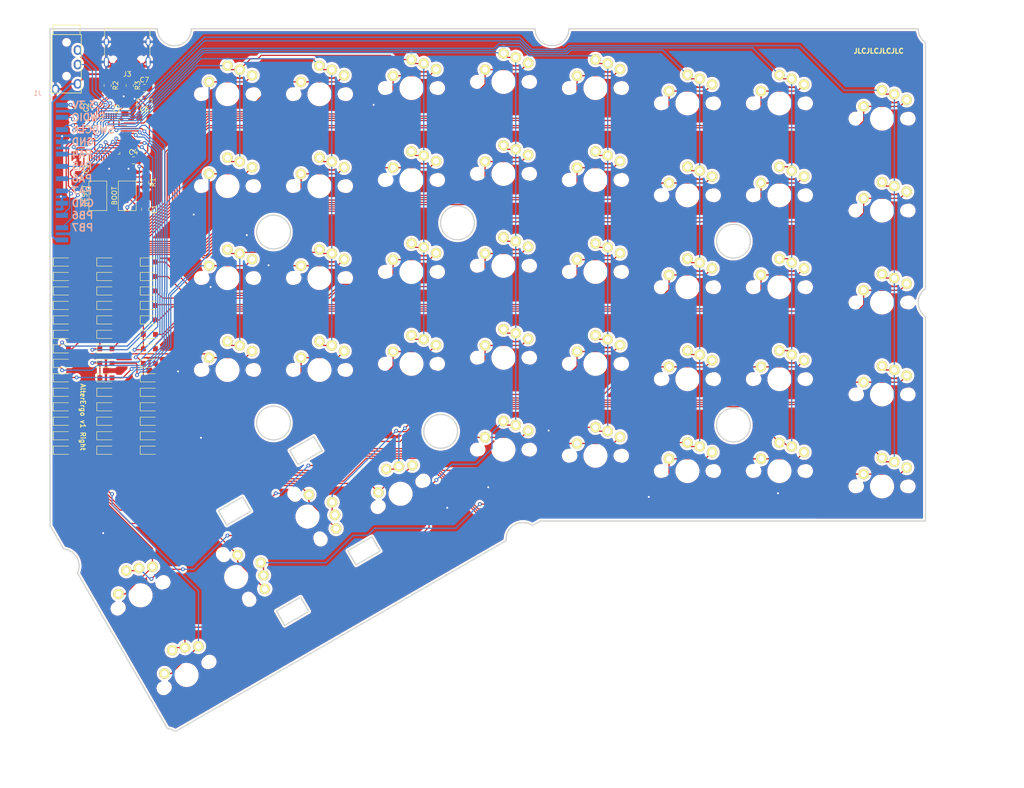
<source format=kicad_pcb>
(kicad_pcb (version 20211014) (generator pcbnew)
  (layers (0 "F.Cu" signal) (31 "B.Cu" signal) (34 "B.Paste" user) (35 "F.Paste" user) (36 "B.SilkS" user "B.Silkscreen") (37 "F.SilkS" user "F.Silkscreen") (38 "B.Mask" user) (39 "F.Mask" user) (44 "Edge.Cuts" user))
  (net 0 "")
  (net 1 "GND")
  (net 2 "D+")
  (net 3 "D-")
  (net 4 "5V")
  (net 5 "3.3V")
  (net 6 "SWDIO")
  (net 7 "SWDCLK")
  (net 8 "PA4")
  (net 9 "PA5")
  (net 10 "PA6")
  (net 11 "PA7")
  (net 12 "PB6")
  (net 13 "PB7")
  (net 14 "TX")
  (net 15 "RX")
  (net 16 "COL4")
  (net 17 "COL5")
  (net 18 "COL2")
  (net 19 "COL6")
  (net 20 "COL3")
  (net 21 "COL1")
  (net 22 "Net-(R1-Pad1)")
  (net 23 "VBAT")
  (net 24 "Net-(D1.1-Pad2)")
  (net 25 "Net-(D1.2-Pad2)")
  (net 26 "Net-(D1.3-Pad2)")
  (net 27 "Net-(D1.4-Pad2)")
  (net 28 "Net-(D1.5-Pad2)")
  (net 29 "Net-(C1-Pad2)")
  (net 30 "Net-(D1.6-Pad2)")
  (net 31 "Net-(D1.7-Pad2)")
  (net 32 "Net-(D2.1-Pad2)")
  (net 33 "Net-(D2.2-Pad2)")
  (net 34 "ROW1")
  (net 35 "ROW2")
  (net 36 "ROW3")
  (net 37 "ROW4")
  (net 38 "Net-(D2.3-Pad2)")
  (net 39 "Net-(D2.4-Pad2)")
  (net 40 "Net-(D2.5-Pad2)")
  (net 41 "Net-(D2.6-Pad2)")
  (net 42 "Net-(D2.7-Pad2)")
  (net 43 "Net-(D3.1-Pad2)")
  (net 44 "Net-(D3.2-Pad2)")
  (net 45 "Net-(D3.3-Pad2)")
  (net 46 "Net-(D3.4-Pad2)")
  (net 47 "Net-(D3.5-Pad2)")
  (net 48 "Net-(D3.6-Pad2)")
  (net 49 "Net-(D3.7-Pad2)")
  (net 50 "Net-(D4.1-Pad2)")
  (net 51 "Net-(D4.2-Pad2)")
  (net 52 "Net-(D4.3-Pad2)")
  (net 53 "Net-(D4.4-Pad2)")
  (net 54 "Net-(D4.5-Pad2)")
  (net 55 "Net-(D4.6-Pad2)")
  (net 56 "Net-(D4.7-Pad2)")
  (net 57 "ROW5")
  (net 58 "Net-(D5.1-Pad2)")
  (net 59 "Net-(D5.2-Pad2)")
  (net 60 "Net-(D5.3-Pad2)")
  (net 61 "Net-(D5.4-Pad2)")
  (net 62 "Net-(D5.5-Pad2)")
  (net 63 "Net-(D5.6-Pad2)")
  (net 64 "Net-(D5.7-Pad2)")
  (net 65 "ROW6")
  (net 66 "Net-(D6.1-Pad2)")
  (net 67 "Net-(D6.2-Pad2)")
  (net 68 "Net-(D6.3-Pad2)")
  (net 69 "Net-(D6.4-Pad2)")
  (net 70 "Net-(D6.5-Pad2)")
  (net 71 "Net-(D6.6-Pad2)")
  (net 72 "Net-(D6.7-Pad2)")
  (net 73 "Net-(J3-PadA5)")
  (net 75 "Net-(J3-PadB5)")
  (net 77 "COL7")
  (footprint "Connector_USB:USB_C_Receptacle_HRO_TYPE-C-31-M-12" (layer "F.Cu") (at 60.9905 46.7435 180)
    (fp_text reference "J3")
    (fp_text value "USB_C_Receptacle_USB2.0")
  )
  (footprint "keebio:TRRS-PJ-320A-no-Fmask" (layer "F.Cu") (at 48.4175 44.2035)
    (fp_text reference "J2")
    (fp_text value "AudioJack4")
  )
  (footprint "Resistor_SMD:R_0805_2012Metric_Pad1.20x1.40mm_HandSolder" (layer "F.Cu") (at 64.6735 74.8105 -90)
    (fp_text reference "R1")
    (fp_text value "5.1k")
  )
  (footprint "Resistor_SMD:R_0805_2012Metric_Pad1.20x1.40mm_HandSolder" (layer "F.Cu") (at 56.9265 54.7445 -90)
    (fp_text reference "R2")
    (fp_text value "5.1k")
  )
  (footprint "Resistor_SMD:R_0805_2012Metric_Pad1.20x1.40mm_HandSolder" (layer "F.Cu") (at 61.4985 54.7445 -90)
    (fp_text reference "R3")
    (fp_text value "5.1k")
  )
  (footprint "Package_TO_SOT_SMD:SOT-23" (layer "F.Cu") (at 64.5465 58.3005 90)
    (fp_text reference "U2" hide)
    (fp_text value "LDO")
  )
  (footprint "Package_QFP:LQFP-48_7x7mm_P0.5mm" (layer "F.Cu") (at 55.9105 65.4125 90)
    (fp_text reference "U1" hide)
    (fp_text value "STM32")
  )
  (footprint "Capacitor_SMD:C_0805_2012Metric_Pad1.18x1.45mm_HandSolder" (layer "F.Cu") (at 64.5465 55.2525)
    (fp_text reference "C7")
    (fp_text value "1µF")
  )
  (footprint "Capacitor_SMD:C_0805_2012Metric_Pad1.18x1.45mm_HandSolder" (layer "F.Cu") (at 64.5465 61.3485)
    (fp_text reference "C6")
    (fp_text value "1µF")
  )
  (footprint "Capacitor_SMD:C_0805_2012Metric_Pad1.18x1.45mm_HandSolder" (layer "F.Cu") (at 50.8305 72.0165 -90)
    (fp_text reference "C5")
    (fp_text value "100nF")
  )
  (footprint "Capacitor_SMD:C_0805_2012Metric_Pad1.18x1.45mm_HandSolder" (layer "F.Cu") (at 62.2605 70.2385)
    (fp_text reference "C4")
    (fp_text value "100nF")
  )
  (footprint "Capacitor_SMD:C_0805_2012Metric_Pad1.18x1.45mm_HandSolder" (layer "F.Cu") (at 50.8305 59.3165 -90)
    (fp_text reference "C2")
    (fp_text value "100nF")
  )
  (footprint "Button_Switch_SMD:SW_SPST_CK_RS282G05A3" (layer "F.Cu") (at 60.9905 77.6045 -90)
    (fp_text reference "SW43" hide)
    (fp_text value "BOOT")
  )
  (footprint "Capacitor_SMD:C_0805_2012Metric_Pad1.18x1.45mm_HandSolder" (layer "F.Cu") (at 64.6735 80.3985 90)
    (fp_text reference "C1")
    (fp_text value "100nF")
  )
  (footprint "Button_Switch_SMD:SW_SPST_CK_RS282G05A3" (layer "F.Cu") (at 54.8945 77.6045 90)
    (fp_text reference "SW44" hide)
    (fp_text value "RESET")
  )
  (footprint "Capacitor_SMD:C_0805_2012Metric_Pad1.18x1.45mm_HandSolder" (layer "F.Cu") (at 60.4825 59.5705 90)
    (fp_text reference "C3")
    (fp_text value "100nF")
  )
  (footprint "Diode_SMD:D_SOD-323_HandSoldering" (layer "F.Cu") (at 56.5747 94.3265)
    (fp_text reference "D2.6" hide)
    (fp_text value "D")
  )
  (footprint "Diode_SMD:D_SOD-323_HandSoldering" (layer "F.Cu") (at 65.5747 94.3265)
    (fp_text reference "D3.6" hide)
    (fp_text value "D")
  )
  (footprint "Diode_SMD:D_SOD-323_HandSoldering" (layer "F.Cu") (at 65.5747 91.3265)
    (fp_text reference "D3.7" hide)
    (fp_text value "D")
  )
  (footprint "custom:CherryMX_Choc_1u" (layer "F.Cu") (at 138.9 111.15)
    (fp_text reference "SW4.5" hide)
    (fp_text value "SW_Push" hide)
  )
  (footprint "custom:CherryMX_Choc_1u" (layer "F.Cu") (at 157.95 74.32)
    (fp_text reference "SW2.4" hide)
    (fp_text value "SW_Push" hide)
  )
  (footprint "custom:CherryMX_Choc_1u" (layer "F.Cu") (at 157.95 131.47)
    (fp_text reference "SW5.4" hide)
    (fp_text value "SW_Push" hide)
  )
  (footprint "Diode_SMD:D_SOD-323_HandSoldering" (layer "F.Cu") (at 65.5747 106.3265)
    (fp_text reference "D3.2" hide)
    (fp_text value "D")
  )
  (footprint "Diode_SMD:D_SOD-323_HandSoldering" (layer "F.Cu") (at 65.5747 130.3265)
    (fp_text reference "D4.1" hide)
    (fp_text value "D")
  )
  (footprint "Diode_SMD:D_SOD-323_HandSoldering" (layer "F.Cu") (at 56.5747 127.3265)
    (fp_text reference "D5.2" hide)
    (fp_text value "D")
  )
  (footprint "Diode_SMD:D_SOD-323_HandSoldering" (layer "F.Cu") (at 56.5747 124.3265)
    (fp_text reference "D5.3" hide)
    (fp_text value "D")
  )
  (footprint "custom:CherryMX_Choc_1u" (layer "F.Cu") (at 217.3 61.6154)
    (fp_text reference "SW1.1" hide)
    (fp_text value "SW_Push" hide)
  )
  (footprint "Diode_SMD:D_SOD-323_HandSoldering" (layer "F.Cu") (at 56.5747 115.3265)
    (fp_text reference "D5.6" hide)
    (fp_text value "D")
  )
  (footprint "custom:CherryMX_Choc_1u" (layer "F.Cu") (at 196.05 77.4927)
    (fp_text reference "SW2.2" hide)
    (fp_text value "SW_Push" hide)
  )
  (footprint "custom:CherryMX_Choc_1u" (layer "F.Cu") (at 217.3 137.8154)
    (fp_text reference "SW5.1" hide)
    (fp_text value "SW_Push" hide)
  )
  (footprint "Diode_SMD:D_SOD-323_HandSoldering" (layer "F.Cu") (at 65.5747 118.3265)
    (fp_text reference "D4.5" hide)
    (fp_text value "D")
  )
  (footprint "custom:CherryMX_Choc_1u" (layer "F.Cu") (at 138.9 130.2)
    (fp_text reference "SW5.5" hide)
    (fp_text value "SW_Push" hide)
  )
  (footprint "Diode_SMD:D_SOD-323_HandSoldering" (layer "F.Cu") (at 65.5747 124.3265)
    (fp_text reference "D4.3" hide)
    (fp_text value "D")
  )
  (footprint "custom:CherryMX_Choc_1u" (layer "F.Cu") (at 177 96.5427)
    (fp_text reference "SW3.3" hide)
    (fp_text value "SW_Push" hide)
  )
  (footprint "Diode_SMD:D_SOD-323_HandSoldering" (layer "F.Cu") (at 56.5747 106.3265)
    (fp_text reference "D2.2" hide)
    (fp_text value "D")
  )
  (footprint "Diode_SMD:D_SOD-323_HandSoldering" (layer "F.Cu") (at 65.5747 103.3265)
    (fp_text reference "D3.3" hide)
    (fp_text value "D")
  )
  (footprint "custom:CherryMX_Choc_1u" (layer "F.Cu") (at 100.8 56.54)
    (fp_text reference "SW1.7" hide)
    (fp_text value "SW_Push" hide)
  )
  (footprint "custom:CherryMX_Choc_1u" (layer "F.Cu") (at 119.85 112.42)
    (fp_text reference "SW4.6" hide)
    (fp_text value "SW_Push" hide)
  )
  (footprint "Diode_SMD:D_SOD-323_HandSoldering" (layer "F.Cu") (at 56.5747 118.3265)
    (fp_text reference "D5.5" hide)
    (fp_text value "D")
  )
  (footprint "Diode_SMD:D_SOD-323_HandSoldering" (layer "F.Cu") (at 47.5747 109.3265)
    (fp_text reference "D1.1" hide)
    (fp_text value "D")
  )
  (footprint "custom:CherryMX_Choc_1u" (layer "F.Cu") (at 157.95 93.37)
    (fp_text reference "SW3.4" hide)
    (fp_text value "SW_Push" hide)
  )
  (footprint "custom:CherryMX_Choc_1u" (layer "F.Cu") (at 83.541075 156.59084 -60)
    (fp_text reference "SW6.3" hide)
    (fp_text value "SW_Push" hide)
  )
  (footprint "custom:CherryMX_Choc_1u" (layer "F.Cu") (at 138.9 73.05)
    (fp_text reference "SW2.5" hide)
    (fp_text value "SW_Push" hide)
  )
  (footprint "Diode_SMD:D_SOD-323_HandSoldering" (layer "F.Cu") (at 47.5747 118.3265)
    (fp_text reference "D6.5" hide)
    (fp_text value "D")
  )
  (footprint "custom:CherryMX_Choc_1u" (layer "F.Cu") (at 157.95 55.27)
    (fp_text reference "SW1.4" hide)
    (fp_text value "SW_Push" hide)
  )
  (footprint "Diode_SMD:D_SOD-323_HandSoldering" (layer "F.Cu") (at 47.5747 112.3265)
    (fp_text reference "D6.7" hide)
    (fp_text value "D")
  )
  (footprint "Diode_SMD:D_SOD-323_HandSoldering" (layer "F.Cu") (at 56.5747 121.3265)
    (fp_text reference "D5.4" hide)
    (fp_text value "D")
  )
  (footprint "custom:CherryMX_Choc_1u" (layer "F.Cu") (at 100.8 75.59)
    (fp_text reference "SW2.7" hide)
    (fp_text value "SW_Push" hide)
  )
  (footprint "Diode_SMD:D_SOD-323_HandSoldering" (layer "F.Cu") (at 56.5747 130.3265)
    (fp_text reference "D5.1" hide)
    (fp_text value "D")
  )
  (footprint "Diode_SMD:D_SOD-323_HandSoldering" (layer "F.Cu") (at 56.5747 97.3265)
    (fp_text reference "D2.5" hide)
    (fp_text value "D")
  )
  (footprint "custom:CherryMX_Choc_1u" (layer "F.Cu") (at 196.05 96.5427)
    (fp_text reference "SW3.2" hide)
    (fp_text value "SW_Push" hide)
  )
  (footprint "custom:CherryMX_Choc_1u" (layer "F.Cu") (at 138.9 92.1)
    (fp_text reference "SW3.5" hide)
    (fp_text value "SW_Push" hide)
  )
  (footprint "custom:CherryMX_Choc_1u" (layer "F.Cu") (at 138.9 54)
    (fp_text reference "SW1.5" hide)
    (fp_text value "SW_Push" hide)
  )
  (footprint "Diode_SMD:D_SOD-323_HandSoldering" (layer "F.Cu") (at 65.5747 112.3265)
    (fp_text reference "D4.7" hide)
    (fp_text value "D")
  )
  (footprint "custom:CherryMX_Choc_1u" (layer "F.Cu") (at 63.743058 160.399667 30)
    (fp_text reference "SW6.4" hide)
    (fp_text value "SW_Push" hide)
  )
  (footprint "Diode_SMD:D_SOD-323_HandSoldering" (layer "F.Cu") (at 56.5747 100.3265)
    (fp_text reference "D2.4" hide)
    (fp_text value "D")
  )
  (footprint "custom:CherryMX_Choc_1u" (layer "F.Cu") (at 196.05 58.4427)
    (fp_text reference "SW1.2" hide)
    (fp_text value "SW_Push" hide)
  )
  (footprint "custom:CherryMX_Choc_1u" (layer "F.Cu") (at 196.05 115.5927)
    (fp_text reference "SW4.2" hide)
    (fp_text value "SW_Push" hide)
  )
  (footprint "Diode_SMD:D_SOD-323_HandSoldering" (layer "F.Cu") (at 65.5747 115.3265)
    (fp_text reference "D4.6" hide)
    (fp_text value "D")
  )
  (footprint "Diode_SMD:D_SOD-323_HandSoldering" (layer "F.Cu") (at 65.5747 121.3265)
    (fp_text reference "D4.4" hide)
    (fp_text value "D")
  )
  (footprint "custom:CherryMX_Choc_1u" (layer "F.Cu") (at 217.3 80.6654)
    (fp_text reference "SW2.1" hide)
    (fp_text value "SW_Push" hide)
  )
  (footprint "custom:CherryMX_Choc_1u" (layer "F.Cu") (at 100.8 94.64)
    (fp_text reference "SW3.7" hide)
    (fp_text value "SW_Push" hide)
  )
  (footprint "Diode_SMD:D_SOD-323_HandSoldering" (layer "F.Cu") (at 56.5747 109.3265)
    (fp_text reference "D2.1" hide)
    (fp_text value "D")
  )
  (footprint "Diode_SMD:D_SOD-323_HandSoldering" (layer "F.Cu") (at 65.5747 109.3265)
    (fp_text reference "D3.1" hide)
    (fp_text value "D")
  )
  (footprint "Diode_SMD:D_SOD-323_HandSoldering" (layer "F.Cu") (at 56.5747 91.3265)
    (fp_text reference "D2.7" hide)
    (fp_text value "D")
  )
  (footprint "Diode_SMD:D_SOD-323_HandSoldering" (layer "F.Cu") (at 47.5747 94.3265)
    (fp_text reference "D1.6" hide)
    (fp_text value "D")
  )
  (footprint "Diode_SMD:D_SOD-323_HandSoldering" (layer "F.Cu") (at 47.5747 97.3265)
    (fp_text reference "D1.5" hide)
    (fp_text value "D")
  )
  (footprint "custom:CherryMX_Choc_1u" (layer "F.Cu") (at 100.8 113.69)
    (fp_text reference "SW4.7" hide)
    (fp_text value "SW_Push" hide)
  )
  (footprint "custom:CherryMX_Choc_1u" (layer "F.Cu") (at 117.587111 139.360303 30)
    (fp_text reference "SW6.1" hide)
    (fp_text value "SW_Push" hide)
  )
  (footprint "custom:CherryMX_Choc_1u" (layer "F.Cu") (at 81.75 113.69)
    (fp_text reference "SW6.7" hide)
    (fp_text value "SW_Push" hide)
  )
  (footprint "Diode_SMD:D_SOD-323_HandSoldering" (layer "F.Cu") (at 56.5747 112.3265)
    (fp_text reference "D5.7" hide)
    (fp_text value "D")
  )
  (footprint "custom:CherryMX_Choc_1u" (layer "F.Cu") (at 73.268058 176.897451 30)
    (fp_text reference "SW6.5" hide)
    (fp_text value "SW_Push" hide)
  )
  (footprint "custom:CherryMX_Choc_1u" (layer "F.Cu") (at 177 134.6427)
    (fp_text reference "SW5.3" hide)
    (fp_text value "SW_Push" hide)
  )
  (footprint "Diode_SMD:D_SOD-323_HandSoldering" (layer "F.Cu") (at 47.5747 130.3265)
    (fp_text reference "D6.4" hide)
    (fp_text value "D")
  )
  (footprint "custom:CherryMX_Choc_1u" (layer "F.Cu") (at 177 58.4427)
    (fp_text reference "SW1.3" hide)
    (fp_text value "SW_Push" hide)
  )
  (footprint "custom:CherryMX_Choc_1u" (layer "F.Cu") (at 119.85 55.27)
    (fp_text reference "SW1.6" hide)
    (fp_text value "SW_Push" hide)
  )
  (footprint "Diode_SMD:D_SOD-323_HandSoldering" (layer "F.Cu") (at 65.5747 100.3265)
    (fp_text reference "D3.4" hide)
    (fp_text value "D")
  )
  (footprint "Diode_SMD:D_SOD-323_HandSoldering" (layer "F.Cu") (at 65.5747 97.3265)
    (fp_text reference "D3.5" hide)
    (fp_text value "D")
  )
  (footprint "Diode_SMD:D_SOD-323_HandSoldering" (layer "F.Cu") (at 47.5747 124.3265)
    (fp_text reference "D6.2" hide)
    (fp_text value "D")
  )
  (footprint "Diode_SMD:D_SOD-323_HandSoldering" (layer "F.Cu") (at 47.5747 91.3265)
    (fp_text reference "D1.7" hide)
    (fp_text value "D")
  )
  (footprint "Diode_SMD:D_SOD-323_HandSoldering" (layer "F.Cu") (at 47.5747 103.3265)
    (fp_text reference "D1.3" hide)
    (fp_text value "D")
  )
  (footprint "custom:CherryMX_Choc_1u" (layer "F.Cu") (at 81.75 75.59)
    (fp_text reference "SW6.6" hide)
    (fp_text value "SW_Push" hide)
  )
  (footprint "Diode_SMD:D_SOD-323_HandSoldering" (layer "F.Cu") (at 47.5747 106.3265)
    (fp_text reference "D1.2" hide)
    (fp_text value "D")
  )
  (footprint "Diode_SMD:D_SOD-323_HandSoldering" (layer "F.Cu") (at 47.5747 115.3265)
    (fp_text reference "D6.6" hide)
    (fp_text value "D")
  )
  (footprint "Diode_SMD:D_SOD-323_HandSoldering" (layer "F.Cu") (at 47.5747 121.3265)
    (fp_text reference "D6.1" hide)
    (fp_text value "D")
  )
  (footprint "Diode_SMD:D_SOD-323_HandSoldering" (layer "F.Cu") (at 65.5747 127.3265)
    (fp_text reference "D4.2" hide)
    (fp_text value "D")
  )
  (footprint "Diode_SMD:D_SOD-323_HandSoldering" (layer "F.Cu") (at 47.5747 127.3265)
    (fp_text reference "D6.3" hide)
    (fp_text value "D")
  )
  (footprint "custom:CherryMX_Choc_1u" (layer "F.Cu") (at 81.75 56.54)
    (fp_text reference "SW5.6" hide)
    (fp_text value "SW_Push" hide)
  )
  (footprint "custom:CherryMX_Choc_1u" (layer "F.Cu") (at 177 77.4927)
    (fp_text reference "SW2.3" hide)
    (fp_text value "SW_Push" hide)
  )
  (footprint "custom:CherryMX_Choc_1u" (layer "F.Cu") (at 119.85 93.37)
    (fp_text reference "SW3.6" hide)
    (fp_text value "SW_Push" hide)
  )
  (footprint "custom:CherryMX_Choc_1u" (layer "F.Cu") (at 98.314093 144.078457 -60)
    (fp_text reference "SW6.2" hide)
    (fp_text value "SW_Push" hide)
  )
  (footprint "Diode_SMD:D_SOD-323_HandSoldering" (layer "F.Cu") (at 56.5747 103.3265)
    (fp_text reference "D2.3" hide)
    (fp_text value "D")
  )
  (footprint "custom:CherryMX_Choc_1u" (layer "F.Cu") (at 157.95 112.42)
    (fp_text reference "SW4.4" hide)
    (fp_text value "SW_Push" hide)
  )
  (footprint "custom:CherryMX_Choc_1u" (layer "F.Cu") (at 217.3 118.7654)
    (fp_text reference "SW4.1" hide)
    (fp_text value "SW_Push" hide)
  )
  (footprint "custom:CherryMX_Choc_1u" (layer "F.Cu") (at 177 115.5927)
    (fp_text reference "SW4.3" hide)
    (fp_text value "SW_Push" hide)
  )
  (footprint "custom:CherryMX_Choc_1u" (layer "F.Cu") (at 81.75 94.64)
    (fp_text reference "SW5.7" hide)
    (fp_text value "SW_Push" hide)
  )
  (footprint "custom:CherryMX_Choc_1u" (layer "F.Cu") (at 119.85 74.32)
    (fp_text reference "SW2.6" hide)
    (fp_text value "SW_Push" hide)
  )
  (footprint "Diode_SMD:D_SOD-323_HandSoldering" (layer "F.Cu") (at 47.5747 100.3265)
    (fp_text reference "D1.4" hide)
    (fp_text value "D")
  )
  (footprint "custom:CherryMX_Choc_1u" (layer "F.Cu") (at 196.05 134.6427)
    (fp_text reference "SW5.2" hide)
    (fp_text value "SW_Push" hide)
  )
  (footprint "custom:CherryMX_Choc_1u" (layer "F.Cu") (at 217.3 99.7154)
    (fp_text reference "SW3.1" hide)
    (fp_text value "SW_Push" hide)
  )
  (footprint "Connector_Harwin:Harwin_M20-89012xx_1x12_P2.54mm_Horizontal" (layer "B.Cu") (at 41.9405 72.7785 180)
    (fp_text reference "J1")
    (fp_text value "Conn_01x12_Male")
  )
  (gr_line (start 79.895369 142.876292) (end 81.595369 145.820778) (layer "Edge.Cuts") (width 0.25))
  (gr_circle (center 129.375 83.21) (end 132.875 83.21) (layer "Edge.Cuts") (width 0.25) (fill none))
  (gr_circle (center 125.9 126.42) (end 129.4 126.42) (layer "Edge.Cuts") (width 0.25) (fill none))
  (gr_line (start 84.875015 140.001292) (end 86.575015 142.945778) (layer "Edge.Cuts") (width 0.25))
  (gr_circle (center 186.525 125.1177) (end 190.025 125.1177) (layer "Edge.Cuts") (width 0.25) (fill none))
  (gr_arc (start 226.3 102.587681) (mid 224.8 99.7154) (end 226.3 96.843119) (layer "Edge.Cuts") (width 0.25))
  (gr_line (start 96.875015 160.785901) (end 91.895369 163.660901) (layer "Edge.Cuts") (width 0.25))
  (gr_line (start 226.3 145) (end 146.516063 145) (layer "Edge.Cuts") (width 0.25))
  (gr_line (start 45 145.935739) (end 47.812922 150.807863) (layer "Edge.Cuts") (width 0.25))
  (gr_line (start 224.8 43) (end 152.444551 43) (layer "Edge.Cuts") (width 0.25))
  (gr_line (start 93.595369 166.605388) (end 98.575015 163.730388) (layer "Edge.Cuts") (width 0.25))
  (gr_line (start 45 145.935739) (end 45 43) (layer "Edge.Cuts") (width 0.25))
  (gr_line (start 67.25 43) (end 45 43) (layer "Edge.Cuts") (width 0.25))
  (gr_line (start 111.648033 148.273519) (end 106.668387 151.148519) (layer "Edge.Cuts") (width 0.25))
  (gr_line (start 99.648033 127.488909) (end 101.348033 130.433396) (layer "Edge.Cuts") (width 0.25))
  (gr_line (start 111.648033 148.273519) (end 113.348033 151.218005) (layer "Edge.Cuts") (width 0.25))
  (gr_arc (start 47.812922 150.807863) (mid 50.548103 152.54533) (end 50.685203 155.7828) (layer "Edge.Cuts") (width 0.25))
  (gr_line (start 91.895369 163.660901) (end 93.595369 166.605388) (layer "Edge.Cuts") (width 0.25))
  (gr_line (start 226.3 102.587681) (end 226.3 145) (layer "Edge.Cuts") (width 0.25))
  (gr_arc (start 69.293284 188.012941) (mid 70.173469 188.203926) (end 70.975772 188.613207) (layer "Edge.Cuts") (width 0.25))
  (gr_line (start 70.975772 188.613207) (end 139.44039 149.085142) (layer "Edge.Cuts") (width 0.25))
  (gr_circle (center 91.275 124.69) (end 94.775 124.69) (layer "Edge.Cuts") (width 0.25) (fill none))
  (gr_line (start 50.685203 155.7828) (end 69.293284 188.012941) (layer "Edge.Cuts") (width 0.25))
  (gr_arc (start 74.25 43) (mid 70.75 46.5) (end 67.25 43) (layer "Edge.Cuts") (width 0.25))
  (gr_line (start 94.668387 130.363909) (end 96.368387 133.308396) (layer "Edge.Cuts") (width 0.25))
  (gr_line (start 81.595369 145.820778) (end 86.575015 142.945778) (layer "Edge.Cuts") (width 0.25))
  (gr_line (start 84.875015 140.001292) (end 79.895369 142.876292) (layer "Edge.Cuts") (width 0.25))
  (gr_circle (center 186.525 87.0177) (end 190.025 87.0177) (layer "Edge.Cuts") (width 0.25) (fill none))
  (gr_circle (center 91.275 85.115) (end 94.775 85.115) (layer "Edge.Cuts") (width 0.25) (fill none))
  (gr_arc (start 152.444551 43) (mid 148.944551 46.5) (end 145.444551 43) (layer "Edge.Cuts") (width 0.25))
  (gr_line (start 145.444551 43) (end 74.25 43) (layer "Edge.Cuts") (width 0.25))
  (gr_line (start 106.668387 151.148519) (end 108.368387 154.093005) (layer "Edge.Cuts") (width 0.25))
  (gr_line (start 96.368387 133.308396) (end 101.348033 130.433396) (layer "Edge.Cuts") (width 0.25))
  (gr_line (start 96.875015 160.785901) (end 98.575015 163.730388) (layer "Edge.Cuts") (width 0.25))
  (gr_arc (start 139.44039 149.085142) (mid 141.179983 145.784317) (end 144.908378 145.928197) (layer "Edge.Cuts") (width 0.25))
  (gr_line (start 99.648033 127.488909) (end 94.668387 130.363909) (layer "Edge.Cuts") (width 0.25))
  (gr_line (start 144.908378 145.928197) (end 146.516063 145) (layer "Edge.Cuts") (width 0.25))
  (gr_arc (start 226.3 45.872281) (mid 225.197582 44.620185) (end 224.8 43) (layer "Edge.Cuts") (width 0.25))
  (gr_line (start 226.3 45.872281) (end 226.3 96.843119) (layer "Edge.Cuts") (width 0.25))
  (gr_line (start 108.368387 154.093005) (end 113.348033 151.218005) (layer "Edge.Cuts") (width 0.25))
  (gr_text "3.3V" (at 49.4335 58.8085) (layer "B.SilkS") (effects (font (size 1.5 1.5) (thickness 0.3)) (justify right mirror)))
  (gr_text "PA7" (at 49.3065 76.5885) (layer "B.SilkS") (effects (font (size 1.5 1.5) (thickness 0.3)) (justify right mirror)))
  (gr_text "PA6" (at 49.3065 74.0485) (layer "B.SilkS") (effects (font (size 1.5 1.5) (thickness 0.3)) (justify right mirror)))
  (gr_text "PB6" (at 49.3065 81.6685) (layer "B.SilkS") (effects (font (size 1.5 1.5) (thickness 0.3)) (justify right mirror)))
  (gr_text "PB7" (at 49.3065 84.2085) (layer "B.SilkS") (effects (font (size 1.5 1.5) (thickness 0.3)) (justify right mirror)))
  (gr_text "SWDCLK" (at 49.3065 63.8885) (layer "B.SilkS") (effects (font (size 1.5 1.5) (thickness 0.3)) (justify right mirror)))
  (gr_text "GND" (at 49.3065 66.4285) (layer "B.SilkS") (effects (font (size 1.5 1.5) (thickness 0.3)) (justify right mirror)))
  (gr_text "PA5" (at 49.3065 71.5085) (layer "B.SilkS") (effects (font (size 1.5 1.5) (thickness 0.3)) (justify right mirror)))
  (gr_text "SWDIO" (at 49.3065 61.3485) (layer "B.SilkS") (effects (font (size 1.5 1.5) (thickness 0.3)) (justify right mirror)))
  (gr_text "PA4" (at 49.3065 68.9685) (layer "B.SilkS") (effects (font (size 1.5 1.5) (thickness 0.3)) (justify right mirror)))
  (gr_text "GND" (at 49.3065 79.1285) (layer "B.SilkS") (effects (font (size 1.5 1.5) (thickness 0.3)) (justify right mirror)))
  (gr_text "JLCJLCJLCJLC" (at 216.6 47.6) (layer "F.SilkS") (effects (font (size 1 1) (thickness 0.25))))
  (gr_text "AlterErgo v1 Right" (at 51.8 116.4 270) (layer "F.SilkS") (effects (font (size 1 1) (thickness 0.2)) (justify left)))
  (segment (start 53.6605 61.0625) (end 53.6605 59.8395) (width 0.25) (layer "F.Cu") (net 1))
  (segment (start 59.2855 61.805) (end 59.2855 63.1125) (width 0.25) (layer "F.Cu") (net 1))
  (segment (start 63.509 55.2525) (end 61.9905 55.2525) (width 0.25) (layer "F.Cu") (net 1))
  (segment (start 50.6355 67.6625) (end 50.5855 67.7125) (width 0.25) (layer "F.Cu") (net 1))
  (segment (start 59.2855 63.1125) (end 59.3355 63.1625) (width 0.25) (layer "F.Cu") (net 1))
  (segment (start 50.5855 70.734) (end 50.8305 70.979) (width 0.25) (layer "F.Cu") (net 1))
  (segment (start 53.6605 59.8395) (end 53.75 59.75) (width 0.25) (layer "F.Cu") (net 1))
  (segment (start 61.4985 55.7445) (end 61.4985 55.7515) (width 0.25) (layer "F.Cu") (net 1))
  (segment (start 61.9905 55.2525) (end 61.4985 55.7445) (width 0.25) (layer "F.Cu") (net 1))
  (segment (start 61.4985 55.7515) (end 60.25 57) (width 0.25) (layer "F.Cu") (net 1))
  (segment (start 60.4825 60.608) (end 59.2855 61.805) (width 0.25) (layer "F.Cu") (net 1))
  (segment (start 49.25 73.25) (end 52 76) (width 0.25) (layer "F.Cu") (net 1))
  (segment (start 59.3355 63.1625) (end 60.2605 63.1625) (width 0.25) (layer "F.Cu") (net 1))
  (segment (start 61.223 70.2385) (end 61.223 71.973) (width 0.25) (layer "F.Cu") (net 1))
  (segment (start 52 76) (end 53 76) (width 0.25) (layer "F.Cu") (net 1))
  (segment (start 50.8305 70.979) (end 49.25 72.5595) (width 0.25) (layer "F.Cu") (net 1))
  (segment (start 51.5605 67.6625) (end 50.6355 67.6625) (width 0.25) (layer "F.Cu") (net 1))
  (segment (start 50.5855 67.7125) (end 50.5855 70.734) (width 0.25) (layer "F.Cu") (net 1))
  (segment (start 61.223 71.973) (end 61.25 72) (width 0.25) (layer "F.Cu") (net 1))
  (segment (start 63.5965 58.5965) (end 62.5 57.5) (width 0.25) (layer "F.Cu") (net 1))
  (segment (start 63.5965 59.3005) (end 63.5965 58.5965) (width 0.25) (layer "F.Cu") (net 1))
  (segment (start 49.25 72.5595) (end 49.25 73.25) (width 0.25) (layer "F.Cu") (net 1))
  (segment (start 56.6605 71.4105) (end 57.25 72) (width 0.25) (layer "F.Cu") (net 1))
  (segment (start 56.6605 69.7625) (end 56.6605 71.4105) (width 0.25) (layer "F.Cu") (net 1))
  (via (at 135.75 138) (size 0.8) (drill 0.4) (layers "F.Cu" "B.Cu") (net 1))
  (via (at 195.75 139.25) (size 0.8) (drill 0.4) (layers "F.Cu" "B.Cu") (net 1))
  (via (at 74.75 81.5) (size 0.8) (drill 0.4) (layers "F.Cu" "B.Cu") (net 1))
  (via (at 76.25 127.75) (size 0.8) (drill 0.4) (layers "F.Cu" "B.Cu") (net 1))
  (via (at 57.25 72) (size 0.8) (drill 0.4) (layers "F.Cu" "B.Cu") (net 1))
  (via (at 53 76) (size 0.8) (drill 0.4) (layers "F.Cu" "B.Cu") (net 1))
  (via (at 148.25 126.25) (size 0.8) (drill 0.4) (layers "F.Cu" "B.Cu") (net 1))
  (via (at 78.25 96.5) (size 0.8) (drill 0.4) (layers "F.Cu" "B.Cu") (net 1))
  (via (at 47.5 65.25) (size 0.8) (drill 0.4) (layers "F.Cu" "B.Cu") (net 1))
  (via (at 61.25 72) (size 0.8) (drill 0.4) (layers "F.Cu" "B.Cu") (net 1))
  (via (at 71.5 114) (size 0.8) (drill 0.4) (layers "F.Cu" "B.Cu") (net 1))
  (via (at 62.25 68.25) (size 0.8) (drill 0.4) (layers "F.Cu" "B.Cu") (net 1))
  (via (at 56 147.5) (size 0.8) (drill 0.4) (layers "F.Cu" "B.Cu") (net 1))
  (via (at 112 58.75) (size 0.8) (drill 0.4) (layers "F.Cu" "B.Cu") (net 1))
  (via (at 62.5 57.5) (size 0.8) (drill 0.4) (layers "F.Cu" "B.Cu") (net 1))
  (via (at 127.25 142.25) (size 0.8) (drill 0.4) (layers "F.Cu" "B.Cu") (net 1))
  (via (at 90.25 92) (size 0.8) (drill 0.4) (layers "F.Cu" "B.Cu") (net 1))
  (via (at 169 140) (size 0.8) (drill 0.4) (layers "F.Cu" "B.Cu") (net 1))
  (via (at 47.25 77.75) (size 0.8) (drill 0.4) (layers "F.Cu" "B.Cu") (net 1))
  (via (at 60.25 57) (size 0.8) (drill 0.4) (layers "F.Cu" "B.Cu") (net 1))
  (via (at 53.75 59.75) (size 0.8) (drill 0.4) (layers "F.Cu" "B.Cu") (net 1))
  (via (at 85.75 85.75) (size 0.8) (drill 0.4) (layers "F.Cu" "B.Cu") (net 1))
  (segment (start 47.4655 79.1285) (end 47.4655 77.9655) (width 0.25) (layer "B.Cu") (net 1))
  (segment (start 47.4655 77.9655) (end 47.25 77.75) (width 0.25) (layer "B.Cu") (net 1))
  (segment (start 60.554 49.5) (end 61 49.5) (width 0.2) (layer "F.Cu") (net 2))
  (segment (start 61.2405 49.7405) (end 61.2405 50.7885) (width 0.2) (layer "F.Cu") (net 2))
  (segment (start 60.2405 52.69452) (end 60.2405 50.7885) (width 0.2) (layer "F.Cu") (net 2))
  (segment (start 61 49.5) (end 61.2405 49.7405) (width 0.2) (layer "F.Cu") (net 2))
  (segment (start 59.600499 53.334521) (end 60.2405 52.69452) (width 0.2) (layer "F.Cu") (net 2))
  (segment (start 60.2405 50.7885) (end 60.2405 49.8135) (width 0.2) (layer "F.Cu") (net 2))
  (segment (start 55.400999 58.294778) (end 56.044778 57.650999) (width 0.2) (layer "F.Cu") (net 2))
  (segment (start 56.284021 57.650999) (end 57.29052 56.6445) (width 0.2) (layer "F.Cu") (net 2))
  (segment (start 54.6605 59.27452) (end 55.400999 58.534021) (width 0.2) (layer "F.Cu") (net 2))
  (segment (start 58.02391 56.600499) (end 59.600499 55.02391) (width 0.2) (layer "F.Cu") (net 2))
  (segment (start 54.6605 61.0625) (end 54.6605 59.27452) (width 0.2) (layer "F.Cu") (net 2))
  (segment (start 57.648318 56.600499) (end 58.02391 56.600499) (width 0.2) (layer "F.Cu") (net 2))
  (segment (start 60.2405 49.8135) (end 60.554 49.5) (width 0.2) (layer "F.Cu") (net 2))
  (segment (start 59.600499 55.02391) (end 59.600499 53.334521) (width 0.2) (layer "F.Cu") (net 2))
  (segment (start 57.604317 56.6445) (end 57.648318 56.600499) (width 0.2) (layer "F.Cu") (net 2))
  (segment (start 57.29052 56.6445) (end 57.604317 56.6445) (width 0.2) (layer "F.Cu") (net 2))
  (segment (start 55.400999 58.534021) (end 55.400999 58.294778) (width 0.2) (layer "F.Cu") (net 2))
  (segment (start 56.044778 57.650999) (end 56.284021 57.650999) (width 0.2) (layer "F.Cu") (net 2))
  (segment (start 61.504 52) (end 61 52) (width 0.2) (layer "F.Cu") (net 3))
  (segment (start 60 53.5) (end 60 55.473311) (width 0.2) (layer "F.Cu") (net 3))
  (segment (start 60.7405 51.7405) (end 60.7405 50.7885) (width 0.2) (layer "F.Cu") (net 3))
  (segment (start 55.1605 60.17239) (end 55.1605 61.0625) (width 0.2) (layer "F.Cu") (net 3))
  (segment (start 57.455999 57.044001) (end 56.4495 58.0505) (width 0.2) (layer "F.Cu") (net 3))
  (segment (start 61.7405 51.7635) (end 61.504 52) (width 0.2) (layer "F.Cu") (net 3))
  (segment (start 60 55.473311) (end 58.42931 57.044001) (width 0.2) (layer "F.Cu") (net 3))
  (segment (start 56.4495 58.0505) (end 56.210257 58.0505) (width 0.2) (layer "F.Cu") (net 3))
  (segment (start 60.7405 52.7595) (end 60 53.5) (width 0.2) (layer "F.Cu") (net 3))
  (segment (start 60.7405 50.7885) (end 60.7405 52.7595) (width 0.2) (layer "F.Cu") (net 3))
  (segment (start 55.076 59.508404) (end 55.076 60.08789) (width 0.2) (layer "F.Cu") (net 3))
  (segment (start 55.076 60.08789) (end 55.1605 60.17239) (width 0.2) (layer "F.Cu") (net 3))
  (segment (start 56.210257 58.0505) (end 55.8005 58.460257) (width 0.2) (layer "F.Cu") (net 3))
  (segment (start 58.42931 57.044001) (end 57.455999 57.044001) (width 0.2) (layer "F.Cu") (net 3))
  (segment (start 61 52) (end 60.7405 51.7405) (width 0.2) (layer "F.Cu") (net 3))
  (segment (start 55.1605 59.3395) (end 55.1605 59.423904) (width 0.2) (layer "F.Cu") (net 3))
  (segment (start 61.7405 50.7885) (end 61.7405 51.7635) (width 0.2) (layer "F.Cu") (net 3))
  (segment (start 55.1605 59.423904) (end 55.076 59.508404) (width 0.2) (layer "F.Cu") (net 3))
  (segment (start 55.8005 58.460257) (end 55.8005 58.6995) (width 0.2) (layer "F.Cu") (net 3))
  (segment (start 55.8005 58.6995) (end 55.1605 59.3395) (width 0.2) (layer "F.Cu") (net 3))
  (segment (start 62.464417 49.009999) (end 63.4405 49.986082) (width 0.381) (layer "F.Cu") (net 4))
  (segment (start 65.584 56.263) (end 64.5465 57.3005) (width 0.381) (layer "F.Cu") (net 4))
  (segment (start 58.5405 50.7885) (end 58.6615 50.7885) (width 0.381) (layer "F.Cu") (net 4))
  (segment (start 58.7 50.75) (end 58.7 49.826582) (width 0.381) (layer "F.Cu") (net 4))
  (segment (start 58.6615 50.7885) (end 58.7 50.75) (width 0.381) (layer "F.Cu") (net 4))
  (segment (start 63.4405 53.109) (end 65.584 55.2525) (width 0.381) (layer "F.Cu") (net 4))
  (segment (start 57.935 52.4) (end 58.5405 51.7945) (width 0.381) (layer "F.Cu") (net 4))
  (segment (start 52.721 52.4) (end 57.935 52.4) (width 0.381) (layer "F.Cu") (net 4))
  (segment (start 50.7175 54.4035) (end 52.721 52.4) (width 0.381) (layer "F.Cu") (net 4))
  (segment (start 59.516583 49.009999) (end 62.464417 49.009999) (width 0.381) (layer "F.Cu") (net 4))
  (segment (start 58.7 49.826582) (end 59.516583 49.009999) (width 0.381) (layer "F.Cu") (net 4))
  (segment (start 65.584 55.2525) (end 65.584 56.263) (width 0.381) (layer "F.Cu") (net 4))
  (segment (start 63.4405 49.986082) (end 63.4405 50.7885) (width 0.381) (layer "F.Cu") (net 4))
  (segment (start 58.5405 51.7945) (end 58.5405 50.7885) (width 0.381) (layer "F.Cu") (net 4))
  (segment (start 63.4405 50.7885) (end 63.4405 53.109) (width 0.381) (layer "F.Cu") (net 4))
  (segment (start 49.3395 54.4035) (end 45.5 58.243) (width 0.381) (layer "B.Cu") (net 4))
  (segment (start 45.5 58.243) (end 45.5 86) (width 0.381) (layer "B.Cu") (net 4))
  (segment (start 50.7175 54.4035) (end 49.3395 54.4035) (width 0.381) (layer "B.Cu") (net 4))
  (segment (start 45.5 86) (end 46.2485 86.7485) (width 0.381) (layer "B.Cu") (net 4))
  (segment (start 46.2485 86.7485) (end 47.4655 86.7485) (width 0.381) (layer "B.Cu") (net 4))
  (segment (start 50.8305 60.354) (end 52.591776 60.354) (width 0.25) (layer "F.Cu") (net 5))
  (segment (start 63.5 71.5) (end 63.5 70.4405) (width 0.25) (layer "F.Cu") (net 5))
  (segment (start 65.75 73.273827) (end 63.976173 71.5) (width 0.25) (layer "F.Cu") (net 5))
  (segment (start 57.1605 68.8375) (end 57.1605 69.7625) (width 0.25) (layer "F.Cu") (net 5))
  (segment (start 52.5 69) (end 52.5 68.5) (width 0.25) (layer "F.Cu") (net 5))
  (segment (start 65.75 74.75) (end 65.75 73.273827) (width 0.25) (layer "F.Cu") (net 5))
  (segment (start 52.591776 59.883626) (end 54.002514 58.472888) (width 0.25) (layer "F.Cu") (net 5))
  (segment (start 60.4825 58.806227) (end 58.6605 60.628227) (width 0.25) (layer "F.Cu") (net 5))
  (segment (start 60.4825 58.533) (end 60.4825 58.806227) (width 0.25) (layer "F.Cu") (net 5))
  (segment (start 52 71.8845) (end 52 69.5) (width 0.25) (layer "F.Cu") (net 5))
  (segment (start 62.800098 56.7755) (end 63.2245 57.199902) (width 0.25) (layer "F.Cu") (net 5))
  (segment (start 63.2245 57.33881) (end 65.18619 59.3005) (width 0.25) (layer "F.Cu") (net 5))
  (segment (start 65.584 61.3485) (end 64.407 62.5255) (width 0.25) (layer "F.Cu") (net 5))
  (segment (start 52.591776 60.354) (end 52.591776 59.883626) (width 0.25) (layer "F.Cu") (net 5))
  (segment (start 58.6605 60.628227) (end 58.6605 61.0625) (width 0.25) (layer "F.Cu") (net 5))
  (segment (start 52.1625 68.1625) (end 51.5605 68.1625) (width 0.25) (layer "F.Cu") (net 5))
  (segment (start 54.002514 58.472888) (end 54.472888 58.472888) (width 0.25) (layer "F.Cu") (net 5))
  (segment (start 65.18619 59.3005) (end 65.4965 59.3005) (width 0.25) (layer "F.Cu") (net 5))
  (segment (start 65.4965 61.261) (end 65.584 61.3485) (width 0.25) (layer "F.Cu") (net 5))
  (segment (start 58.754799 58.533) (end 58.012299 59.2755) (width 0.25) (layer "F.Cu") (net 5))
  (segment (start 53.1605 60.922724) (end 52.591776 60.354) (width 0.25) (layer "F.Cu") (net 5))
  (segment (start 60.4825 58.533) (end 60.4825 58.492902) (width 0.25) (layer "F.Cu") (net 5))
  (segment (start 50.8305 73.054) (end 52 71.8845) (width 0.25) (layer "F.Cu") (net 5))
  (segment (start 59.9155 73.640902) (end 59.9155 74.7795) (width 0.25) (layer "F.Cu") (net 5))
  (segment (start 60.4825 58.492902) (end 62.199902 56.7755) (width 0.25) (layer "F.Cu") (net 5))
  (segment (start 53.225402 59.25) (end 49.75 59.25) (width 0.25) (layer "F.Cu") (net 5))
  (segment (start 57.1605 70.885902) (end 59.9155 73.640902) (width 0.25) (layer "F.Cu") (net 5))
  (segment (start 63.5 70.4405) (end 63.298 70.2385) (width 0.25) (layer "F.Cu") (net 5))
  (segment (start 57.1605 69.7625) (end 57.1605 70.885902) (width 0.25) (layer "F.Cu") (net 5))
  (segment (start 63.976173 71.5) (end 63.5 71.5) (width 0.25) (layer "F.Cu") (net 5))
  (segment (start 60.3975 62.5255) (end 60.2605 62.6625) (width 0.25) (layer "F.Cu") (net 5))
  (segment (start 52.5 68.5) (end 52.1625 68.1625) (width 0.25) (layer "F.Cu") (net 5))
  (segment (start 65.2245 68.312) (end 65.2245 67.022885) (width 0.25) (layer "F.Cu") (net 5))
  (segment (start 63.2245 57.199902) (end 63.2245 57.33881) (width 0.25) (layer "F.Cu") (net 5))
  (segment (start 53.1605 61.0625) (end 53.1605 60.922724) (width 0.25) (layer "F.Cu") (net 5))
  (segment (start 62.199902 56.7755) (end 62.800098 56.7755) (width 0.25) (layer "F.Cu") (net 5))
  (segment (start 54.002514 58.472888) (end 53.225402 59.25) (width 0.25) (layer "F.Cu") (net 5))
  (segment (start 64.407 62.5255) (end 60.3975 62.5255) (width 0.25) (layer "F.Cu") (net 5))
  (segment (start 51.5605 68.1625) (end 53.4125 68.1625) (width 0.25) (layer "F.Cu") (net 5))
  (segment (start 54.0375 68.7875) (end 57.1105 68.7875) (width 0.25) (layer "F.Cu") (net 5))
  (segment (start 53.4125 68.1625) (end 54.0375 68.7875) (width 0.25) (layer "F.Cu") (net 5))
  (segment (start 60.9905 81.5045) (end 60.9905 80.0095) (width 0.25) (layer "F.Cu") (net 5))
  (segment (start 65.584 66.663385) (end 65.584 61.3485) (width 0.25) (layer "F.Cu") (net 5))
  (segment (start 57.1105 68.7875) (end 57.1605 68.8375) (width 0.25) (layer "F.Cu") (net 5))
  (segment (start 60.4825 58.533) (end 58.754799 58.533) (width 0.25) (layer "F.Cu") (net 5))
  (segment (start 59.9155 74.7795) (end 65.7205 74.7795) (width 0.25) (layer "F.Cu") (net 5))
  (segment (start 65.2245 67.022885) (end 65.584 66.663385) (width 0.25) (layer "F.Cu") (net 5))
  (segment (start 49.75 59.25) (end 49.25 58.75) (width 0.25) (layer "F.Cu") (net 5))
  (segment (start 52 69.5) (end 52.5 69) (width 0.25) (layer "F.Cu") (net 5))
  (segment (start 65.7205 74.7795) (end 65.75 74.75) (width 0.25) (layer "F.Cu") (net 5))
  (segment (start 63.298 70.2385) (end 65.2245 68.312) (width 0.25) (layer "F.Cu") (net 5))
  (segment (start 60.9905 80.0095) (end 61 80) (width 0.25) (layer "F.Cu") (net 5))
  (segment (start 65.4965 59.3005) (end 65.4965 61.261) (width 0.25) (layer "F.Cu") (net 5))
  (via (at 54.472888 58.472888) (size 0.8) (drill 0.4) (layers "F.Cu" "B.Cu") (net 5))
  (via (at 49.25 58.75) (size 0.8) (drill 0.4) (layers "F.Cu" "B.Cu") (net 5))
  (via (at 58.012299 59.2755) (size 0.8) (drill 0.4) (layers "F.Cu" "B.Cu") (net 5))
  (via (at 61 80) (size 0.8) (drill 0.4) (layers "F.Cu" "B.Cu") (net 5))
  (via (at 63.5 71.5) (size 0.8) (drill 0.4) (layers "F.Cu" "B.Cu") (net 5))
  (segment (start 63.5 77.5) (end 63.5 71.5) (width 0.25) (layer "B.Cu") (net 5))
  (segment (start 54.472888 58.472888) (end 55.4745 59.4745) (width 0.25) (layer "B.Cu") (net 5))
  (segment (start 55.4745 59.4745) (end 57.813299 59.4745) (width 0.25) (layer "B.Cu") (net 5))
  (segment (start 49.25 58.75) (end 47.524 58.75) (width 0.25) (layer "B.Cu") (net 5))
  (segment (start 61 80) (end 63.5 77.5) (width 0.25) (layer "B.Cu") (net 5))
  (segment (start 47.524 58.75) (end 47.4655 58.8085) (width 0.25) (layer "B.Cu") (net 5))
  (segment (start 57.813299 59.4745) (end 58.012299 59.2755) (width 0.25) (layer "B.Cu") (net 5))
  (segment (start 50.0375 62.0375) (end 53.5375 62.0375) (width 0.25) (layer "F.Cu") (net 6))
  (segment (start 54.1605 61.0625) (end 54.1605 61.9875) (width 0.25) (layer "F.Cu") (net 6))
  (segment (start 54.1105 62.0375) (end 53.5375 62.0375) (width 0.25) (layer "F.Cu") (net 6))
  (segment (start 54.1605 61.9875) (end 54.1105 62.0375) (width 0.25) (layer "F.Cu") (net 6))
  (segment (start 49.75 61.75) (end 50.0375 62.0375) (width 0.25) (layer "F.Cu") (net 6))
  (via (at 49.75 61.75) (size 0.8) (drill 0.4) (layers "F.Cu" "B.Cu") (net 6))
  (segment (start 47.4655 61.3485) (end 49.3485 61.3485) (width 0.25) (layer "B.Cu") (net 6))
  (segment (start 49.3485 61.3485) (end 49.75 61.75) (width 0.25) (layer "B.Cu") (net 6))
  (segment (start 49.75 63) (end 50.0875 62.6625) (width 0.25) (layer "F.Cu") (net 7))
  (segment (start 50.0875 62.6625) (end 51.5605 62.6625) (width 0.25) (layer "F.Cu") (net 7))
  (via (at 49.75 63) (size 0.8) (drill 0.4) (layers "F.Cu" "B.Cu") (net 7))
  (segment (start 47.4655 63.8885) (end 48.354 63) (width 0.25) (layer "B.Cu") (net 7))
  (segment (start 48.354 63) (end 49.75 63) (width 0.25) (layer "B.Cu") (net 7))
  (segment (start 60.2605 67.6625) (end 55.9125 67.6625) (width 0.25) (layer "F.Cu") (net 8))
  (segment (start 55.9125 67.6625) (end 55.5 67.25) (width 0.25) (layer "F.Cu") (net 8))
  (via (at 55.5 67.25) (size 0.8) (drill 0.4) (layers "F.Cu" "B.Cu") (net 8))
  (segment (start 53.7815 68.9685) (end 55.5 67.25) (width 0.25) (layer "B.Cu") (net 8))
  (segment (start 47.4655 68.9685) (end 53.7815 68.9685) (width 0.25) (layer "B.Cu") (net 8))
  (segment (start 57.1625 67.1625) (end 56.5 66.5) (width 0.25) (layer "F.Cu") (net 9))
  (segment (start 60.2605 67.1625) (end 57.1625 67.1625) (width 0.25) (layer "F.Cu") (net 9))
  (via (at 56.5 66.5) (size 0.8) (drill 0.4) (layers "F.Cu" "B.Cu") (net 9))
  (segment (start 56.5 67.274598) (end 56.5 66.5) (width 0.25) (layer "B.Cu") (net 9))
  (segment (start 47.4655 71.5085) (end 52.266098 71.5085) (width 0.25) (layer "B.Cu") (net 9))
  (segment (start 52.266098 71.5085) (end 56.5 67.274598) (width 0.25) (layer "B.Cu") (net 9))
  (segment (start 60.2605 66.6625) (end 58.2245 66.6625) (width 0.25) (layer "F.Cu") (net 10))
  (segment (start 58.2245 66.6625) (end 58 66.438) (width 0.25) (layer "F.Cu") (net 10))
  (via (at 58 66.438) (size 0.8) (drill 0.4) (layers "F.Cu" "B.Cu") (net 10))
  (segment (start 47.4655 74.0485) (end 50.3895 74.0485) (width 0.25) (layer "B.Cu") (net 10))
  (segment (start 50.3895 74.0485) (end 58 66.438) (width 0.25) (layer "B.Cu") (net 10))
  (segment (start 59.13787 66.1625) (end 58.716642 65.741272) (width 0.25) (layer "F.Cu") (net 11))
  (segment (start 60.2605 66.1625) (end 59.13787 66.1625) (width 0.25) (layer "F.Cu") (net 11))
  (via (at 58.716642 65.741272) (size 0.8) (drill 0.4) (layers "F.Cu" "B.Cu") (net 11))
  (segment (start 58.7245 65.74913) (end 58.716642 65.741272) (width 0.25) (layer "B.Cu") (net 11))
  (segment (start 58.7245 66.750902) (end 58.7245 65.74913) (width 0.25) (layer "B.Cu") (net 11))
  (segment (start 48.886902 76.5885) (end 58.7245 66.750902) (width 0.25) (layer "B.Cu") (net 11))
  (segment (start 47.4655 76.5885) (end 48.886902 76.5885) (width 0.25) (layer "B.Cu") (net 11))
  (segment (start 48.350998 76.125596) (end 49.362701 77.137299) (width 0.25) (layer "F.Cu") (net 12))
  (segment (start 50.45181 65.1625) (end 48.350998 67.263312) (width 0.25) (layer "F.Cu") (net 12))
  (segment (start 48.350998 67.263312) (end 48.350998 76.125596) (width 0.25) (layer "F.Cu") (net 12))
  (segment (start 51.5605 65.1625) (end 50.45181 65.1625) (width 0.25) (layer "F.Cu") (net 12))
  (via (at 49.362701 77.137299) (size 0.8) (drill 0.4) (layers "F.Cu" "B.Cu") (net 12))
  (segment (start 47.4655 81.6685) (end 49.0405 80.0935) (width 0.25) (layer "B.Cu") (net 12))
  (segment (start 49.0405 80.0935) (end 49.0405 77.4595) (width 0.25) (layer "B.Cu") (net 12))
  (segment (start 49.0405 77.4595) (end 49.362701 77.137299) (width 0.25) (layer "B.Cu") (net 12))
  (segment (start 50.6355 65.6625) (end 48.800499 67.497501) (width 0.25) (layer "F.Cu") (net 13))
  (segment (start 51.5605 65.6625) (end 50.6355 65.6625) (width 0.25) (layer "F.Cu") (net 13))
  (segment (start 48.800499 67.497501) (end 48.800499 75.550499) (width 0.25) (layer "F.Cu") (net 13))
  (segment (start 48.800499 75.550499) (end 50.75 77.5) (width 0.25) (layer "F.Cu") (net 13))
  (via (at 50.75 77.5) (size 0.8) (drill 0.4) (layers "F.Cu" "B.Cu") (net 13))
  (segment (start 50.75 77.5) (end 49.490001 78.759999) (width 0.25) (layer "B.Cu") (net 13))
  (segment (start 49.490001 82.183999) (end 47.4655 84.2085) (width 0.25) (layer "B.Cu") (net 13))
  (segment (start 49.490001 78.759999) (end 49.490001 82.183999) (width 0.25) (layer "B.Cu") (net 13))
  (segment (start 56.1605 60.114098) (end 57.2245 59.050098) (width 0.25) (layer "F.Cu") (net 14))
  (segment (start 57.2245 59.050098) (end 57.2245 58.657641) (width 0.25) (layer "F.Cu") (net 14))
  (segment (start 57.2245 58.657641) (end 57.448211 58.43393) (width 0.25) (layer "F.Cu") (net 14))
  (segment (start 56.1605 61.0625) (end 56.1605 60.114098) (width 0.25) (layer "F.Cu") (net 14))
  (via (at 57.448211 58.43393) (size 0.8) (drill 0.4) (layers "F.Cu" "B.Cu") (net 14))
  (segment (start 56.7755 58.0255) (end 56.800098 58.0255) (width 0.25) (layer "B.Cu") (net 14))
  (segment (start 54.5 55.75) (end 56.7755 58.0255) (width 0.25) (layer "B.Cu") (net 14))
  (segment (start 50.7175 47.4035) (end 50.7175 47.6035) (width 0.25) (layer "B.Cu") (net 14))
  (segment (start 56.800098 58.0255) (end 57.208528 58.43393) (width 0.25) (layer "B.Cu") (net 14))
  (segment (start 50.7175 47.6035) (end 54.5 51.386) (width 0.25) (layer "B.Cu") (net 14))
  (segment (start 54.5 51.386) (end 54.5 55.75) (width 0.25) (layer "B.Cu") (net 14))
  (segment (start 57.208528 58.43393) (end 57.448211 58.43393) (width 0.25) (layer "B.Cu") (net 14))
  (segment (start 55.6605 59.5895) (end 55.6605 61.0625) (width 0.25) (layer "F.Cu") (net 15))
  (segment (start 56.5 58.75) (end 55.6605 59.5895) (width 0.25) (layer "F.Cu") (net 15))
  (via (at 56.5 58.75) (size 0.8) (drill 0.4) (layers "F.Cu" "B.Cu") (net 15))
  (segment (start 53 51) (end 53.75 51.75) (width 0.25) (layer "B.Cu") (net 15))
  (segment (start 53.75 51.75) (end 53.75 54.5) (width 0.25) (layer "B.Cu") (net 15))
  (segment (start 52.4035 50.4035) (end 53 51) (width 0.25) (layer "B.Cu") (net 15))
  (segment (start 53.75 56) (end 56.5 58.75) (width 0.25) (layer "B.Cu") (net 15))
  (segment (start 50.7175 50.4035) (end 52.4035 50.4035) (width 0.25) (layer "B.Cu") (net 15))
  (segment (start 53.75 54.5) (end 53.75 56) (width 0.25) (layer "B.Cu") (net 15))
  (segment (start 157.95 125.57) (end 152.82 125.57) (width 0.25) (layer "F.Cu") (net 16))
  (segment (start 158.77 69.24) (end 157.95 68.42) (width 0.25) (layer "F.Cu") (net 16))
  (segment (start 113.25 128.5) (end 108.5 128.5) (width 0.25) (layer "F.Cu") (net 16))
  (segment (start 72.5 155) (end 68 155) (width 0.25) (layer "F.Cu") (net 16))
  (segment (start 83 148) (end 81.75 148) (width 0.25) (layer "F.Cu") (net 16))
  (segment (start 91.75 139.25) (end 83 148) (width 0.25) (layer "F.Cu") (net 16))
  (segment (start 160.49 126.39) (end 158.77 126.39) (width 0.25) (layer "F.Cu") (net 16))
  (segment (start 117.5 128.5) (end 113.25 128.5) (width 0.25) (layer "F.Cu") (net 16))
  (segment (start 149 121.75) (end 124.25 121.75) (width 0.25) (layer "F.Cu") (net 16))
  (segment (start 158.77 126.39) (end 157.95 125.57) (width 0.25) (layer "F.Cu") (net 16))
  (segment (start 68 155) (end 66 157) (width 0.25) (layer "F.Cu") (net 16))
  (segment (start 158.77 50.19) (end 157.95 49.37) (width 0.25) (layer "F.Cu") (net 16))
  (segment (start 152.82 125.57) (end 149 121.75) (width 0.25) (layer "F.Cu") (net 16))
  (segment (start 160.49 50.19) (end 158.77 50.19) (width 0.25) (layer "F.Cu") (net 16))
  (segment (start 62.842904 155.290117) (end 63.402763 154.730258) (width 0.25) (layer "F.Cu") (net 16))
  (segment (start 51.5605 64.6625) (end 53.9371 64.6625) (width 0.25) (layer "F.Cu") (net 16))
  (segment (start 60.793058 155.290117) (end 62.842904 155.290117) (width 0.25) (layer "F.Cu") (net 16))
  (segment (start 53.9371 64.6625) (end 54.600297 65.325697) (width 0.25) (layer "F.Cu") (net 16))
  (segment (start 158.77 107.34) (end 157.95 106.52) (width 0.25) (layer "F.Cu") (net 16))
  (segment (start 124.25 121.75) (end 120 126) (width 0.25) (layer "F.Cu") (net 16))
  (segment (start 103.5 133.5) (end 98.5 133.5) (width 0.25) (layer "F.Cu") (net 16))
  (segment (start 160.49 107.34) (end 158.77 107.34) (width 0.25) (layer "F.Cu") (net 16))
  (segment (start 104 133) (end 103.5 133.5) (width 0.25) (layer "F.Cu") (net 16))
  (segment (start 158.77 88.29) (end 157.95 87.47) (width 0.25) (layer "F.Cu") (net 16))
  (segment (start 160.49 69.24) (end 158.77 69.24) (width 0.25) (layer "F.Cu") (net 16))
  (segment (start 120 126) (end 117.5 128.5) (width 0.25) (layer "F.Cu") (net 16))
  (segment (start 108.5 128.5) (end 104 133) (width 0.25) (layer "F.Cu") (net 16))
  (segment (start 160.49 88.29) (end 158.77 88.29) (width 0.25) (layer "F.Cu") (net 16))
  (via (at 54.600297 65.325697) (size 0.8) (drill 0.4) (layers "F.Cu" "B.Cu") (net 16))
  (via (at 91.75 139.25) (size 0.8) (drill 0.4) (layers "F.Cu" "B.Cu") (net 16))
  (via (at 81.75 148) (size 0.8) (drill 0.4) (layers "F.Cu" "B.Cu") (net 16))
  (via (at 72.5 155) (size 0.8) (drill 0.4) (layers "F.Cu" "B.Cu") (net 16))
  (via (at 66 157) (size 0.8) (drill 0.4) (layers "F.Cu" "B.Cu") (net 16))
  (via (at 98.5 133.5) (size 0.8) (drill 0.4) (layers "F.Cu" "B.Cu") (net 16))
  (segment (start 66 157) (end 65.672505 157) (width 0.25) (layer "B.Cu") (net 16))
  (segment (start 142.26793 46.675) (end 137.96069 46.675) (width 0.25) (layer "B.Cu") (net 16))
  (segment (start 137.96069 46.675) (end 137.140191 47.495499) (width 0.25) (layer "B.Cu") (net 16))
  (segment (start 157.178503 48.598503) (end 144.191433 48.598503) (width 0.25) (layer "B.Cu") (net 16))
  (segment (start 62.559691 61.575999) (end 56.263713 61.575999) (width 0.25) (layer "B.Cu") (net 16))
  (segment (start 81.75 148) (end 74.75 155) (width 0.25) (layer "B.Cu") (net 16))
  (segment (start 54.948901 65.325697) (end 54.600297 65.325697) (width 0.25) (layer "B.Cu") (net 16))
  (segment (start 144.191433 48.598503) (end 142.26793 46.675) (width 0.25) (layer "B.Cu") (net 16))
  (segment (start 55.500703 64.773895) (end 54.948901 65.325697) (width 0.25) (layer "B.Cu") (net 16))
  (segment (start 76.640191 47.495499) (end 62.559691 61.575999) (width 0.25) (layer "B.Cu") (net 16))
  (segment (start 160.49 126.39) (end 160.49 50.19) (width 0.25) (layer "B.Cu") (net 16))
  (segment (start 157.95 49.37) (end 157.178503 48.598503) (width 0.25) (layer "B.Cu") (net 16))
  (segment (start 65.672505 157) (end 63.402763 154.730258) (width 0.25) (layer "B.Cu") (net 16))
  (segment (start 74.75 155) (end 72.5 155) (width 0.25) (layer "B.Cu") (net 16))
  (segment (start 56.263713 61.575999) (end 55.500703 62.339009) (width 0.25) (layer "B.Cu") (net 16))
  (segment (start 137.140191 47.495499) (end 76.640191 47.495499) (width 0.25) (layer "B.Cu") (net 16))
  (segment (start 98.5 133.5) (end 92.75 139.25) (width 0.25) (layer "B.Cu") (net 16))
  (segment (start 92.75 139.25) (end 91.75 139.25) (width 0.25) (layer "B.Cu") (net 16))
  (segment (start 55.500703 62.339009) (end 55.500703 64.773895) (width 0.25) (layer "B.Cu") (net 16))
  (segment (start 139.72 125.12) (end 138.9 124.3) (width 0.25) (layer "F.Cu") (net 17))
  (segment (start 141.44 67.97) (end 139.72 67.97) (width 0.25) (layer "F.Cu") (net 17))
  (segment (start 74.5 167) (end 83.25 167) (width 0.25) (layer "F.Cu") (net 17))
  (segment (start 139.72 67.97) (end 138.9 67.15) (width 0.25) (layer "F.Cu") (net 17))
  (segment (start 139.72 87.02) (end 138.9 86.2) (width 0.25) (layer "F.Cu") (net 17))
  (segment (start 141.44 125.12) (end 139.72 125.12) (width 0.25) (layer "F.Cu") (net 17))
  (segment (start 141.44 48.92) (end 139.72 48.92) (width 0.25) (layer "F.Cu") (net 17))
  (segment (start 141.44 106.07) (end 139.72 106.07) (width 0.25) (layer "F.Cu") (net 17))
  (segment (start 123.5 138.25) (end 123.5 138) (width 0.25) (layer "F.Cu") (net 17))
  (segment (start 72.927763 171.228042) (end 70.877917 171.228042) (width 0.25) (layer "F.Cu") (net 17))
  (segment (start 99.75 170) (end 101.75 168) (width 0.25) (layer "F.Cu") (net 17))
  (segment (start 70.877917 171.228042) (end 70.318058 171.787901) (width 0.25) (layer "F.Cu") (net 17))
  (segment (start 53.362098 66.6625) (end 53.499538 66.52506) (width 0.25) (layer "F.Cu") (net 17))
  (segment (start 139.72 106.07) (end 138.9 105.25) (width 0.25) (layer "F.Cu") (net 17))
  (segment (start 123.5 138) (end 125 136.5) (width 0.25) (layer "F.Cu") (net 17))
  (segment (start 72.927763 168.572237) (end 74.5 167) (width 0.25) (layer "F.Cu") (net 17))
  (segment (start 123.5 146.25) (end 123.5 138.25) (width 0.25) (layer "F.Cu") (net 17))
  (segment (start 72.927763 171.228042) (end 72.927763 168.572237) (width 0.25) (layer "F.Cu") (net 17))
  (segment (start 141.44 87.02) (end 139.72 87.02) (width 0.25) (layer "F.Cu") (net 17))
  (segment (start 51.5605 66.6625) (end 53.362098 66.6625) (width 0.25) (layer "F.Cu") (net 17))
  (segment (start 139.72 48.92) (end 138.9 48.1) (width 0.25) (layer "F.Cu") (net 17))
  (segment (start 83.25 167) (end 86.25 170) (width 0.25) (layer "F.Cu") (net 17))
  (segment (start 101.75 168) (end 123.5 146.25) (width 0.25) (layer "F.Cu") (net 17))
  (segment (start 86.25 170) (end 99.75 170) (width 0.25) (layer "F.Cu") (net 17))
  (via (at 125 136.5) (size 0.8) (drill 0.4) (layers "F.Cu" "B.Cu") (net 17))
  (via (at 53.499538 66.52506) (size 0.8) (drill 0.4) (layers "F.Cu" "B.Cu") (net 17))
  (segment (start 136.524999 129.975001) (end 136.524999 126.675001) (width 0.25) (layer "B.Cu") (net 17))
  (segment (start 54.800098 66.2245) (end 53.800098 66.2245) (width 0.25) (layer "B.Cu") (net 17))
  (segment (start 56.0255 64.999098) (end 54.800098 66.2245) (width 0.25) (layer "B.Cu") (net 17))
  (segment (start 76.82638 47.945) (end 62.74588 62.0255) (width 0.25) (layer "B.Cu") (net 17))
  (segment (start 138.745 47.945) (end 76.82638 47.945) (width 0.25) (layer "B.Cu") (net 17))
  (segment (start 138.9 48.1) (end 138.745 47.945) (width 0.25) (layer "B.Cu") (net 17))
  (segment (start 56.449902 62.0255) (end 56.0255 62.449902) (width 0.25) (layer "B.Cu") (net 17))
  (segment (start 62.74588 62.0255) (end 56.449902 62.0255) (width 0.25) (layer "B.Cu") (net 17))
  (segment (start 128.25 133.25) (end 133.25 133.25) (width 0.25) (layer "B.Cu") (net 17))
  (segment (start 136.524999 126.675001) (end 138.9 124.3) (width 0.25) (layer "B.Cu") (net 17))
  (segment (start 53.800098 66.2245) (end 53.499538 66.52506) (width 0.25) (layer "B.Cu") (net 17))
  (segment (start 133.25 133.25) (end 136.524999 129.975001) (width 0.25) (layer "B.Cu") (net 17))
  (segment (start 141.44 48.92) (end 141.44 125.12) (width 0.25) (layer "B.Cu") (net 17))
  (segment (start 56.0255 62.449902) (end 56.0255 64.999098) (width 0.25) (layer "B.Cu") (net 17))
  (segment (start 125 136.5) (end 128.25 133.25) (width 0.25) (layer "B.Cu") (net 17))
  (segment (start 124.063811 121.300499) (end 123.313811 122.050499) (width 0.25) (layer "F.Cu") (net 18))
  (segment (start 118.800098 126.4745) (end 116.864588 126.4745) (width 0.25) (layer "F.Cu") (net 18))
  (segment (start 123.313811 122.050499) (end 123.224099 122.050499) (width 0.25) (layer "F.Cu") (net 18))
  (segment (start 196.9927 128.7427) (end 196.05 128.7427) (width 0.25) (layer "F.Cu") (net 18))
  (segment (start 197.8127 129.5627) (end 196.9927 128.7427) (width 0.25) (layer "F.Cu") (net 18))
  (segment (start 103.423643 143.178303) (end 103.983502 143.738162) (width 0.25) (layer "F.Cu") (net 18))
  (segment (start 197.77 90.6427) (end 198.59 91.4627) (width 0.25) (layer "F.Cu") (net 18))
  (segment (start 197.77 71.5927) (end 198.59 72.4127) (width 0.25) (layer "F.Cu") (net 18))
  (segment (start 196.05 109.6927) (end 197.77 109.6927) (width 0.25) (layer "F.Cu") (net 18))
  (segment (start 123.224099 122.050499) (end 118.800098 126.4745) (width 0.25) (layer "F.Cu") (net 18))
  (segment (start 196.05 128.7427) (end 188.607799 121.300499) (width 0.25) (layer "F.Cu") (net 18))
  (segment (start 188.607799 121.300499) (end 124.063811 121.300499) (width 0.25) (layer "F.Cu") (net 18))
  (segment (start 116.864588 126.4745) (end 116.685367 126.295279) (width 0.25) (layer "F.Cu") (net 18))
  (segment (start 51.5605 63.6625) (end 53.5875 63.6625) (width 0.25) (layer "F.Cu") (net 18))
  (segment (start 198.59 129.5627) (end 197.8127 129.5627) (width 0.25) (layer "F.Cu") (net 18))
  (segment (start 196.05 90.6427) (end 197.77 90.6427) (width 0.25) (layer "F.Cu") (net 18))
  (segment (start 53.5875 63.6625) (end 54 63.25) (width 0.25) (layer "F.Cu") (net 18))
  (segment (start 198.59 53.3627) (end 196.87 53.3627) (width 0.25) (layer "F.Cu") (net 18))
  (segment (start 197.77 109.6927) (end 198.59 110.5127) (width 0.25) (layer "F.Cu") (net 18))
  (segment (start 196.05 71.5927) (end 197.77 71.5927) (width 0.25) (layer "F.Cu") (net 18))
  (segment (start 196.87 53.3627) (end 196.05 52.5427) (width 0.25) (layer "F.Cu") (net 18))
  (segment (start 103.423643 141.128457) (end 103.423643 143.178303) (width 0.25) (layer "F.Cu") (net 18))
  (via (at 54 63.25) (size 0.8) (drill 0.4) (layers "F.Cu" "B.Cu") (net 18))
  (via (at 116.685367 126.295279) (size 0.8) (drill 0.4) (layers "F.Cu" "B.Cu") (net 18))
  (segment (start 196.05 52.5427) (end 190.456801 46.949501) (width 0.25) (layer "B.Cu") (net 18))
  (segment (start 190.456801 46.949501) (end 152.686189 46.949501) (width 0.25) (layer "B.Cu") (net 18))
  (segment (start 61.823003 60.676997) (end 55.891335 60.676997) (width 0.25) (layer "B.Cu") (net 18))
  (segment (start 55.891335 60.676997) (end 54 62.568332) (width 0.25) (layer "B.Cu") (net 18))
  (segment (start 198.59 129.5627) (end 198.59 53.3627) (width 0.25) (layer "B.Cu") (net 18))
  (segment (start 103.423643 141.128457) (end 103.423643 139.557003) (width 0.25) (layer "B.Cu") (net 18))
  (segment (start 151.936189 47.699501) (end 144.563811 47.699501) (width 0.25) (layer "B.Cu") (net 18))
  (segment (start 54 62.568332) (end 54 63.25) (width 0.25) (layer "B.Cu") (net 18))
  (segment (start 144.563811 47.699501) (end 142.36431 45.5) (width 0.25) (layer "B.Cu") (net 18))
  (segment (start 152.686189 46.949501) (end 151.936189 47.699501) (width 0.25) (layer "B.Cu") (net 18))
  (segment (start 77 45.5) (end 61.823003 60.676997) (width 0.25) (layer "B.Cu") (net 18))
  (segment (start 142.36431 45.5) (end 77 45.5) (width 0.25) (layer "B.Cu") (net 18))
  (segment (start 103.423643 139.557003) (end 116.685367 126.295279) (width 0.25) (layer "B.Cu") (net 18))
  (segment (start 50.239976 67.1625) (end 49.888821 67.513655) (width 0.25) (layer "F.Cu") (net 19))
  (segment (start 88.035 49.215) (end 88.75 48.5) (width 0.25) (layer "F.Cu") (net 19))
  (segment (start 120.67 69.24) (end 119.85 68.42) (width 0.25) (layer "F.Cu") (net 19))
  (segment (start 115.5 48.5) (end 116.37 49.37) (width 0.25) (layer "F.Cu") (net 19))
  (segment (start 88.75 48.5) (end 115.5 48.5) (width 0.25) (layer "F.Cu") (net 19))
  (segment (start 82.57 51.46) (end 81.75 50.64) (width 0.25) (layer "F.Cu") (net 19))
  (segment (start 116.37 49.37) (end 119.85 49.37) (width 0.25) (layer "F.Cu") (net 19))
  (segment (start 120.67 107.34) (end 119.85 106.52) (width 0.25) (layer "F.Cu") (net 19))
  (segment (start 84.29 51.46) (end 86.535 49.215) (width 0.25) (layer "F.Cu") (net 19))
  (segment (start 82.57 70.51) (end 81.75 69.69) (width 0.25) (layer "F.Cu") (net 19))
  (segment (start 84.29 70.51) (end 82.57 70.51) (width 0.25) (layer "F.Cu") (net 19))
  (segment (start 122.39 107.34) (end 120.67 107.34) (width 0.25) (layer "F.Cu") (net 19))
  (segment (start 122.39 88.29) (end 120.67 88.29) (width 0.25) (layer "F.Cu") (net 19))
  (segment (start 84.29 51.46) (end 82.57 51.46) (width 0.25) (layer "F.Cu") (net 19))
  (segment (start 86.535 49.215) (end 88.035 49.215) (width 0.25) (layer "F.Cu") (net 19))
  (segment (start 51.5605 67.1625) (end 50.239976 67.1625) (width 0.25) (layer "F.Cu") (net 19))
  (segment (start 120.67 88.29) (end 119.85 87.47) (width 0.25) (layer "F.Cu") (net 19))
  (segment (start 122.39 50.19) (end 120.67 50.19) (width 0.25) (layer "F.Cu") (net 19))
  (segment (start 122.39 69.24) (end 120.67 69.24) (width 0.25) (layer "F.Cu") (net 19))
  (segment (start 120.67 50.19) (end 119.85 49.37) (width 0.25) (layer "F.Cu") (net 19))
  (via (at 49.888821 67.513655) (size 0.8) (drill 0.4) (layers "F.Cu" "B.Cu") (net 19))
  (segment (start 53.660288 68) (end 50.375166 68) (width 0.25) (layer "B.Cu") (net 19))
  (segment (start 50.375166 68) (end 49.888821 67.513655) (width 0.25) (layer "B.Cu") (net 19))
  (segment (start 81.75 50.64) (end 75.40276 50.64) (width 0.25) (layer "B.Cu") (net 19))
  (segment (start 75.40276 50.64) (end 62.79276 63.25) (width 0.25) (layer "B.Cu") (net 19))
  (segment (start 84.29 70.51) (end 84.29 51.46) (width 0.25) (layer "B.Cu") (net 19))
  (segment (start 58.410288 63.25) (end 53.660288 68) (width 0.25) (layer "B.Cu") (net 19))
  (segment (start 122.39 107.34) (end 122.39 50.19) (width 0.25) (layer "B.Cu") (net 19))
  (segment (start 62.79276 63.25) (end 58.410288 63.25) (width 0.25) (layer "B.Cu") (net 19))
  (segment (start 89.210484 154.200699) (end 88.650625 153.64084) (width 0.25) (layer "F.Cu") (net 20))
  (segment (start 160.5 141.5) (end 134 141.5) (width 0.25) (layer "F.Cu") (net 20))
  (segment (start 179.54 129.5627) (end 177.82 129.5627) (width 0.25) (layer "F.Cu") (net 20))
  (segment (start 179.54 91.4627) (end 177.82 91.4627) (width 0.25) (layer "F.Cu") (net 20))
  (segment (start 179.54 110.5127) (end 177.82 110.5127) (width 0.25) (layer "F.Cu") (net 20))
  (segment (start 89.210484 156.250545) (end 89.210484 154.200699) (width 0.25) (layer "F.Cu") (net 20))
  (segment (start 177.82 110.5127) (end 177 109.6927) (width 0.25) (layer "F.Cu") (net 20))
  (segment (start 177.82 53.3627) (end 177 52.5427) (width 0.25) (layer "F.Cu") (net 20))
  (segment (start 177.82 91.4627) (end 177 90.6427) (width 0.25) (layer "F.Cu") (net 20))
  (segment (start 177.82 72.4127) (end 177 71.5927) (width 0.25) (layer "F.Cu") (net 20))
  (segment (start 51.5605 64.1625) (end 54.596907 64.1625) (width 0.25) (layer "F.Cu") (net 20))
  (segment (start 54.596907 64.1625) (end 54.776203 64.341796) (width 0.25) (layer "F.Cu") (net 20))
  (segment (start 179.54 72.4127) (end 177.82 72.4127) (width 0.25) (layer "F.Cu") (net 20))
  (segment (start 179.54 53.3627) (end 177.82 53.3627) (width 0.25) (layer "F.Cu") (net 20))
  (segment (start 177.82 129.5627) (end 177 128.7427) (width 0.25) (layer "F.Cu") (net 20))
  (segment (start 177 128.7427) (end 173.2573 128.7427) (width 0.25) (layer "F.Cu") (net 20))
  (segment (start 173.2573 128.7427) (end 164 138) (width 0.25) (layer "F.Cu") (net 20))
  (segment (start 164 138) (end 160.5 141.5) (width 0.25) (layer "F.Cu") (net 20))
  (via (at 134 141.5) (size 0.8) (drill 0.4) (layers "F.Cu" "B.Cu") (net 20))
  (via (at 54.776203 64.341796) (size 0.8) (drill 0.4) (layers "F.Cu" "B.Cu") (net 20))
  (segment (start 134 141.5) (end 129 146.5) (width 0.25) (layer "B.Cu") (net 20))
  (segment (start 138 46) (end 136.954501 47.045499) (width 0.25) (layer "B.Cu") (net 20))
  (segment (start 177 52.5427) (end 171.856302 47.399002) (width 0.25) (layer "B.Cu") (net 20))
  (segment (start 142.22862 46) (end 138 46) (width 0.25) (layer "B.Cu") (net 20))
  (segment (start 152.872378 47.399002) (end 152.122378 48.149002) (width 0.25) (layer "B.Cu") (net 20))
  (segment (start 152.122378 48.149002) (end 144.377622 48.149002) (width 0.25) (layer "B.Cu") (net 20))
  (segment (start 54.776203 62.427819) (end 54.776203 64.341796) (width 0.25) (layer "B.Cu") (net 20))
  (segment (start 112.25 146.5) (end 110.779813 147.970187) (width 0.25) (layer "B.Cu") (net 20))
  (segment (start 56.077524 61.126498) (end 54.776203 62.427819) (width 0.25) (layer "B.Cu") (net 20))
  (segment (start 136.954501 47.045499) (end 76.453795 47.045499) (width 0.25) (layer "B.Cu") (net 20))
  (segment (start 110.779813 147.970187) (end 107.779813 147.970187) (width 0.25) (layer "B.Cu") (net 20))
  (segment (start 171.856302 47.399002) (end 152.872378 47.399002) (width 0.25) (layer "B.Cu") (net 20))
  (segment (start 129 146.5) (end 112.25 146.5) (width 0.25) (layer "B.Cu") (net 20))
  (segment (start 107.779813 147.970187) (end 102.10916 153.64084) (width 0.25) (layer "B.Cu") (net 20))
  (segment (start 76.453795 47.045499) (end 62.372796 61.126498) (width 0.25) (layer "B.Cu") (net 20))
  (segment (start 62.372796 61.126498) (end 56.077524 61.126498) (width 0.25) (layer "B.Cu") (net 20))
  (segment (start 144.377622 48.149002) (end 142.22862 46) (width 0.25) (layer "B.Cu") (net 20))
  (segment (start 102.10916 153.64084) (end 88.650625 153.64084) (width 0.25) (layer "B.Cu") (net 20))
  (segment (start 179.54 53.3627) (end 179.54 129.5627) (width 0.25) (layer "B.Cu") (net 20))
  (segment (start 116.686957 134.250753) (end 117.246816 133.690894) (width 0.25) (layer "F.Cu") (net 21))
  (segment (start 50 63.798) (end 50 64) (width 0.25) (layer "F.Cu") (net 21))
  (segment (start 114.637111 134.250753) (end 116.686957 134.250753) (width 0.25) (layer "F.Cu") (net 21))
  (segment (start 219.84 56.5354) (end 218.12 56.5354) (width 0.25) (layer "F.Cu") (net 21))
  (segment (start 219.84 75.5854) (end 218.12 75.5854) (width 0.25) (layer "F.Cu") (net 21))
  (segment (start 51.5605 63.1625) (end 50.6355 63.1625) (width 0.25) (layer "F.Cu") (net 21))
  (segment (start 218.12 94.6354) (end 217.3 93.8154) (width 0.25) (layer "F.Cu") (net 21))
  (segment (start 123.877622 120.850998) (end 123.127622 121.600998) (width 0.25) (layer "F.Cu") (net 21))
  (segment (start 50.6355 63.1625) (end 50 63.798) (width 0.25) (layer "F.Cu") (net 21))
  (segment (start 206.235598 120.850998) (end 123.877622 120.850998) (width 0.25) (layer "F.Cu") (net 21))
  (segment (start 123.127622 121.600998) (end 122.649002 121.600998) (width 0.25) (layer "F.Cu") (net 21))
  (segment (start 218.12 56.5354) (end 217.3 55.7154) (width 0.25) (layer "F.Cu") (net 21))
  (segment (start 219.84 94.6354) (end 218.12 94.6354) (width 0.25) (layer "F.Cu") (net 21))
  (segment (start 218.12 75.5854) (end 217.3 74.7654) (width 0.25) (layer "F.Cu") (net 21))
  (segment (start 217.3 131.9154) (end 206.235598 120.850998) (width 0.25) (layer "F.Cu") (net 21))
  (segment (start 122.649002 121.600998) (end 118.5 125.75) (width 0.25) (layer "F.Cu") (net 21))
  (segment (start 218.12 113.6854) (end 217.3 112.8654) (width 0.25) (layer "F.Cu") (net 21))
  (segment (start 218.12 132.7354) (end 217.3 131.9154) (width 0.25) (layer "F.Cu") (net 21))
  (segment (start 219.84 113.6854) (end 218.12 113.6854) (width 0.25) (layer "F.Cu") (net 21))
  (segment (start 219.84 132.7354) (end 218.12 132.7354) (width 0.25) (layer "F.Cu") (net 21))
  (via (at 118.5 125.75) (size 0.8) (drill 0.4) (layers "F.Cu" "B.Cu") (net 21))
  (via (at 50 64) (size 0.8) (drill 0.4) (layers "F.Cu" "B.Cu") (net 21))
  (segment (start 61.75 60) (end 77 44.75) (width 0.25) (layer "B.Cu") (net 21))
  (segment (start 142.25 44.75) (end 144.75 47.25) (width 0.25) (layer "B.Cu") (net 21))
  (segment (start 144.75 47.25) (end 151.75 47.25) (width 0.25) (layer "B.Cu") (net 21))
  (segment (start 51.5 64) (end 55.5 60) (width 0.25) (layer "B.Cu") (net 21))
  (segment (start 50 64) (end 51.5 64) (width 0.25) (layer "B.Cu") (net 21))
  (segment (start 77 44.75) (end 142.25 44.75) (width 0.25) (layer "B.Cu") (net 21))
  (segment (start 200.25 46.5) (end 209.4654 55.7154) (width 0.25) (layer "B.Cu") (net 21))
  (segment (start 219.84 75.5854) (end 219.84 132.7354) (width 0.25) (layer "B.Cu") (net 21))
  (segment (start 151.75 47.25) (end 152.5 46.5) (width 0.25) (layer "B.Cu") (net 21))
  (segment (start 55.5 60) (end 61.75 60) (width 0.25) (layer "B.Cu") (net 21))
  (segment (start 152.5 46.5) (end 200.25 46.5) (width 0.25) (layer "B.Cu") (net 21))
  (segment (start 219.84 56.5354) (end 219.84 75.5854) (width 0.25) (layer "B.Cu") (net 21))
  (segment (start 117.246816 133.690894) (end 117.246816 127.003184) (width 0.25) (layer "B.Cu") (net 21))
  (segment (start 117.246816 127.003184) (end 118.5 125.75) (width 0.25) (layer "B.Cu") (net 21))
  (segment (start 209.4654 55.7154) (end 217.3 55.7154) (width 0.25) (layer "B.Cu") (net 21))
  (segment (start 60.9905 73.7045) (end 64.5675 73.7045) (width 0.25) (layer "F.Cu") (net 22))
  (segment (start 54.587999 68.337999) (end 54.25 68) (width 0.25) (layer "F.Cu") (net 22))
  (segment (start 59.75 69.25) (end 59.044247 68.544247) (width 0.25) (layer "F.Cu") (net 22))
  (segment (start 54 65.75) (end 53.25 65.75) (width 0.25) (layer "F.Cu") (net 22))
  (segment (start 59.044247 68.544247) (end 57.502937 68.544247) (width 0.25) (layer "F.Cu") (net 22))
  (segment (start 54.25 68) (end 54.25 66) (width 0.25) (layer "F.Cu") (net 22))
  (segment (start 52.8375 66.1625) (end 51.5605 66.1625) (width 0.25) (layer "F.Cu") (net 22))
  (segment (start 53.25 65.75) (end 52.8375 66.1625) (width 0.25) (layer "F.Cu") (net 22))
  (segment (start 57.296689 68.337999) (end 54.587999 68.337999) (width 0.25) (layer "F.Cu") (net 22))
  (segment (start 57.502937 68.544247) (end 57.296689 68.337999) (width 0.25) (layer "F.Cu") (net 22))
  (segment (start 59.75 72.464) (end 59.75 69.25) (width 0.25) (layer "F.Cu") (net 22))
  (segment (start 60.9905 73.7045) (end 59.75 72.464) (width 0.25) (layer "F.Cu") (net 22))
  (segment (start 54.25 66) (end 54 65.75) (width 0.25) (layer "F.Cu") (net 22))
  (segment (start 64.5675 73.7045) (end 64.6735 73.8105) (width 0.25) (layer "F.Cu") (net 22))
  (segment (start 53 105.9012) (end 53 89.5) (width 0.25) (layer "F.Cu") (net 24))
  (segment (start 48.8247 109.3265) (end 49.5747 109.3265) (width 0.25) (layer "F.Cu") (net 24))
  (segment (start 49.5747 109.3265) (end 53 105.9012) (width 0.25) (layer "F.Cu") (net 24))
  (segment (start 71.800499 79.813811) (end 71.800499 69.449501) (width 0.25) (layer "F.Cu") (net 24))
  (segment (start 212.067814 63.5) (end 213.49 62.077814) (width 0.25) (layer "F.Cu") (net 24))
  (segment (start 61.696677 86.603493) (end 65.010817 86.603493) (width 0.25) (layer "F.Cu") (net 24))
  (segment (start 222.4 57.7154) (end 221.04 59.0754) (width 0.25) (layer "F.Cu") (net 24))
  (segment (start 77.75 63.5) (end 212.067814 63.5) (width 0.25) (layer "F.Cu") (net 24))
  (segment (start 53 89.5) (end 54.5 88) (width 0.25) (layer "F.Cu") (net 24))
  (segment (start 213.49 62.077814) (end 213.49 59.0754) (width 0.25) (layer "F.Cu") (net 24))
  (segment (start 65.010817 86.603493) (end 71.800499 79.813811) (width 0.25) (layer "F.Cu") (net 24))
  (segment (start 71.800499 69.449501) (end 77.75 63.5) (width 0.25) (layer "F.Cu") (net 24))
  (segment (start 54.5 88) (end 60.30017 88) (width 0.25) (layer "F.Cu") (net 24))
  (segment (start 60.30017 88) (end 61.696677 86.603493) (width 0.25) (layer "F.Cu") (net 24))
  (segment (start 221.04 59.0754) (end 213.49 59.0754) (width 0.25) (layer "F.Cu") (net 24))
  (segment (start 54.313811 87.550499) (end 52.550499 89.313811) (width 0.25) (layer "F.Cu") (net 25))
  (segment (start 188.449501 63.050499) (end 77.563811 63.050499) (width 0.25) (layer "F.Cu") (net 25))
  (segment (start 71.300499 79.678121) (end 64.824628 86.153992) (width 0.25) (layer "F.Cu") (net 25))
  (segment (start 77.563811 63.050499) (end 71.300499 69.313811) (width 0.25) (layer "F.Cu") (net 25))
  (segment (start 52.550499 102.600701) (end 48.8247 106.3265) (width 0.25) (layer "F.Cu") (net 25))
  (segment (start 52.550499 89.313811) (end 52.550499 102.600701) (width 0.25) (layer "F.Cu") (net 25))
  (segment (start 71.300499 69.313811) (end 71.300499 79.678121) (width 0.25) (layer "F.Cu") (net 25))
  (segment (start 61.510488 86.153992) (end 60.113981 87.550499) (width 0.25) (layer "F.Cu") (net 25))
  (segment (start 192.24 59.26) (end 188.449501 63.050499) (width 0.25) (layer "F.Cu") (net 25))
  (segment (start 192.24 55.9027) (end 192.24 59.26) (width 0.25) (layer "F.Cu") (net 25))
  (segment (start 199.79 55.9027) (end 192.24 55.9027) (width 0.25) (layer "F.Cu") (net 25))
  (segment (start 64.824628 86.153992) (end 61.510488 86.153992) (width 0.25) (layer "F.Cu") (net 25))
  (segment (start 201.15 54.5427) (end 199.79 55.9027) (width 0.25) (layer "F.Cu") (net 25))
  (segment (start 60.113981 87.550499) (end 54.313811 87.550499) (width 0.25) (layer "F.Cu") (net 25))
  (segment (start 70.850998 69.127622) (end 77.97862 62) (width 0.25) (layer "F.Cu") (net 26))
  (segment (start 77.97862 62) (end 172.5 62) (width 0.25) (layer "F.Cu") (net 26))
  (segment (start 61.480786 85.548004) (end 64.794926 85.548004) (width 0.25) (layer "F.Cu") (net 26))
  (segment (start 180.74 55.9027) (end 173.19 55.9027) (width 0.25) (layer "F.Cu") (net 26))
  (segment (start 48.8247 103.3265) (end 52.100998 100.050202) (width 0.25) (layer "F.Cu") (net 26))
  (segment (start 52.100998 100.050202) (end 52.100998 89.127622) (width 0.25) (layer "F.Cu") (net 26))
  (segment (start 182.1 54.5427) (end 180.74 55.9027) (width 0.25) (layer "F.Cu") (net 26))
  (segment (start 173.19 61.31) (end 173.19 55.9027) (width 0.25) (layer "F.Cu") (net 26))
  (segment (start 172.5 62) (end 173.19 61.31) (width 0.25) (layer "F.Cu") (net 26))
  (segment (start 54.127622 87.100998) (end 59.927792 87.100998) (width 0.25) (layer "F.Cu") (net 26))
  (segment (start 64.794926 85.548004) (end 70.850998 79.491932) (width 0.25) (layer "F.Cu") (net 26))
  (segment (start 52.100998 89.127622) (end 54.127622 87.100998) (width 0.25) (layer "F.Cu") (net 26))
  (segment (start 70.850998 79.491932) (end 70.850998 69.127622) (width 0.25) (layer "F.Cu") (net 26))
  (segment (start 59.927792 87.100998) (end 61.480786 85.548004) (width 0.25) (layer "F.Cu") (net 26))
  (segment (start 48.8247 100.3265) (end 51.651497 97.499703) (width 0.25) (layer "F.Cu") (net 27))
  (segment (start 70.401497 79.305743) (end 70.401497 68.941433) (width 0.25) (layer "F.Cu") (net 27))
  (segment (start 61.294597 85.098503) (end 64.608737 85.098503) (width 0.25) (layer "F.Cu") (net 27))
  (segment (start 64.608737 85.098503) (end 70.401497 79.305743) (width 0.25) (layer "F.Cu") (net 27))
  (segment (start 77.792431 61.550499) (end 148.949501 61.550499) (width 0.25) (layer "F.Cu") (net 27))
  (segment (start 148.949501 61.550499) (end 154.14 56.36) (width 0.25) (layer "F.Cu") (net 27))
  (segment (start 51.651497 97.499703) (end 51.651497 88.941433) (width 0.25) (layer "F.Cu") (net 27))
  (segment (start 59.741603 86.651497) (end 61.294597 85.098503) (width 0.25) (layer "F.Cu") (net 27))
  (segment (start 53.941433 86.651497) (end 59.741603 86.651497) (width 0.25) (layer "F.Cu") (net 27))
  (segment (start 51.651497 88.941433) (end 53.941433 86.651497) (width 0.25) (layer "F.Cu") (net 27))
  (segment (start 161.69 52.73) (end 154.14 52.73) (width 0.25) (layer "F.Cu") (net 27))
  (segment (start 163.05 51.37) (end 161.69 52.73) (width 0.25) (layer "F.Cu") (net 27))
  (segment (start 70.401497 68.941433) (end 77.792431 61.550499) (width 0.25) (layer "F.Cu") (net 27))
  (segment (start 154.14 56.36) (end 154.14 52.73) (width 0.25) (layer "F.Cu") (net 27))
  (segment (start 53.755244 86.201996) (end 51.201996 88.755244) (width 0.25) (layer "F.Cu") (net 28))
  (segment (start 61.108408 84.649002) (end 59.555414 86.201996) (width 0.25) (layer "F.Cu") (net 28))
  (segment (start 51.201996 94.949204) (end 48.8247 97.3265) (width 0.25) (layer "F.Cu") (net 28))
  (segment (start 64.422548 84.649002) (end 61.108408 84.649002) (width 0.25) (layer "F.Cu") (net 28))
  (segment (start 144 50.1) (end 142.64 51.46) (width 0.25) (layer "F.Cu") (net 28))
  (segment (start 77.606242 61.100998) (end 69.701996 69.005244) (width 0.25) (layer "F.Cu") (net 28))
  (segment (start 59.555414 86.201996) (end 53.755244 86.201996) (width 0.25) (layer "F.Cu") (net 28))
  (segment (start 69.701996 79.369554) (end 64.422548 84.649002) (width 0.25) (layer "F.Cu") (net 28))
  (segment (start 135.09 51.46) (end 135.09 54.462414) (width 0.25) (layer "F.Cu") (net 28))
  (segment (start 69.701996 69.005244) (end 69.701996 79.369554) (width 0.25) (layer "F.Cu") (net 28))
  (segment (start 142.64 51.46) (end 135.09 51.46) (width 0.25) (layer "F.Cu") (net 28))
  (segment (start 135.09 54.462414) (end 128.451416 61.100998) (width 0.25) (layer "F.Cu") (net 28))
  (segment (start 51.201996 88.755244) (end 51.201996 94.949204) (width 0.25) (layer "F.Cu") (net 28))
  (segment (start 128.451416 61.100998) (end 77.606242 61.100998) (width 0.25) (layer "F.Cu") (net 28))
  (segment (start 64.6735 79.361) (end 62.5985 79.361) (width 0.25) (layer "F.Cu") (net 29))
  (segment (start 54.8945 73.7045) (end 56.1605 72.4385) (width 0.25) (layer "F.Cu") (net 29))
  (segment (start 62.5985 79.361) (end 56.942 73.7045) (width 0.25) (layer "F.Cu") (net 29))
  (segment (start 56.942 73.7045) (end 54.8945 73.7045) (width 0.25) (layer "F.Cu") (net 29))
  (segment (start 56.1605 72.4385) (end 56.1605 69.7625) (width 0.25) (layer "F.Cu") (net 29))
  (segment (start 116.04 58.96) (end 116.04 52.73) (width 0.25) (layer "F.Cu") (net 30))
  (segment (start 69.252495 68.819055) (end 77.420053 60.651497) (width 0.25) (layer "F.Cu") (net 30))
  (segment (start 64.236359 84.199501) (end 69.252495 79.183365) (width 0.25) (layer "F.Cu") (net 30))
  (segment (start 123.59 52.73) (end 116.04 52.73) (width 0.25) (layer "F.Cu") (net 30))
  (segment (start 48.8247 94.3265) (end 50.752495 92.398705) (width 0.25) (layer "F.Cu") (net 30))
  (segment (start 55.122049 84.199501) (end 64.236359 84.199501) (width 0.25) (layer "F.Cu") (net 30))
  (segment (start 124.95 51.37) (end 123.59 52.73) (width 0.25) (layer "F.Cu") (net 30))
  (segment (start 77.420053 60.651497) (end 114.348503 60.651497) (width 0.25) (layer "F.Cu") (net 30))
  (segment (start 50.752495 88.569055) (end 55.122049 84.199501) (width 0.25) (layer "F.Cu") (net 30))
  (segment (start 69.252495 79.183365) (end 69.252495 68.819055) (width 0.25) (layer "F.Cu") (net 30))
  (segment (start 50.752495 92.398705) (end 50.752495 88.569055) (width 0.25) (layer "F.Cu") (net 30))
  (segment (start 114.348503 60.651497) (end 116.04 58.96) (width 0.25) (layer "F.Cu") (net 30))
  (segment (start 104.54 54) (end 96.99 54) (width 0.25) (layer "F.Cu") (net 31))
  (segment (start 64.05017 83.75) (end 54.93586 83.75) (width 0.25) (layer "F.Cu") (net 31))
  (segment (start 96.99 54) (end 91.736688 54) (width 0.25) (layer "F.Cu") (net 31))
  (segment (start 85.534692 60.201996) (end 77.233864 60.201996) (width 0.25) (layer "F.Cu") (net 31))
  (segment (start 105.9 52.64) (end 104.54 54) (width 0.25) (layer "F.Cu") (net 31))
  (segment (start 54.93586 83.75) (end 48.8247 89.86116) (width 0.25) (layer "F.Cu") (net 31))
  (segment (start 68.802994 68.632866) (end 68.802994 78.997176) (width 0.25) (layer "F.Cu") (net 31))
  (segment (start 48.8247 89.86116) (end 48.8247 91.3265) (width 0.25) (layer "F.Cu") (net 31))
  (segment (start 91.736688 54) (end 85.534692 60.201996) (width 0.25) (layer "F.Cu") (net 31))
  (segment (start 68.802994 78.997176) (end 64.05017 83.75) (width 0.25) (layer "F.Cu") (net 31))
  (segment (start 77.233864 60.201996) (end 68.802994 68.632866) (width 0.25) (layer "F.Cu") (net 31))
  (segment (start 131.918426 79.418426) (end 110.374334 79.418426) (width 0.25) (layer "F.Cu") (net 32))
  (segment (start 213.49 78.1254) (end 213.49 81.127814) (width 0.25) (layer "F.Cu") (net 32))
  (segment (start 108.994756 80.798004) (end 87.109066 80.798004) (width 0.25) (layer "F.Cu") (net 32))
  (segment (start 213.49 81.127814) (end 211.617814 83) (width 0.25) (layer "F.Cu") (net 32))
  (segment (start 87.109066 80.798004) (end 77.460064 90.447006) (width 0.25) (layer "F.Cu") (net 32))
  (segment (start 76.034438 89.75) (end 63 89.75) (width 0.25) (layer "F.Cu") (net 32))
  (segment (start 211.617814 83) (end 135.5 83) (width 0.25) (layer "F.Cu") (net 32))
  (segment (start 63 104.1512) (end 57.8247 109.3265) (width 0.25) (layer "F.Cu") (net 32))
  (segment (start 221.04 78.1254) (end 213.49 78.1254) (width 0.25) (layer "F.Cu") (net 32))
  (segment (start 63 89.75) (end 63 104.1512) (width 0.25) (layer "F.Cu") (net 32))
  (segment (start 77.460064 90.447006) (end 76.731444 90.447006) (width 0.25) (layer "F.Cu") (net 32))
  (segment (start 76.731444 90.447006) (end 76.034438 89.75) (width 0.25) (layer "F.Cu") (net 32))
  (segment (start 135.5 83) (end 131.918426 79.418426) (width 0.25) (layer "F.Cu") (net 32))
  (segment (start 110.374334 79.418426) (end 108.994756 80.798004) (width 0.25) (layer "F.Cu") (net 32))
  (segment (start 222.4 76.7654) (end 221.04 78.1254) (width 0.25) (layer "F.Cu") (net 32))
  (segment (start 76.220627 89.300499) (end 76.917633 89.997505) (width 0.25) (layer "F.Cu") (net 33))
  (segment (start 199.79 74.9527) (end 192.24 74.9527) (width 0.25) (layer "F.Cu") (net 33))
  (segment (start 192.24 79.26) (end 192.24 74.9527) (width 0.25) (layer "F.Cu") (net 33))
  (segment (start 201.15 73.5927) (end 199.79 74.9527) (width 0.25) (layer "F.Cu") (net 33))
  (segment (start 132.313811 78.949501) (end 135.563811 82.199501) (width 0.25) (layer "F.Cu") (net 33))
  (segment (start 77.273875 89.997505) (end 86.922877 80.348503) (width 0.25) (layer "F.Cu") (net 33))
  (segment (start 76.917633 89.997505) (end 77.273875 89.997505) (width 0.25) (layer "F.Cu") (net 33))
  (segment (start 62.550499 101.600701) (end 62.550499 89.563811) (width 0.25) (layer "F.Cu") (net 33))
  (segment (start 57.8247 106.3265) (end 62.550499 101.600701) (width 0.25) (layer "F.Cu") (net 33))
  (segment (start 189.300499 82.199501) (end 192.24 79.26) (width 0.25) (layer "F.Cu") (net 33))
  (segment (start 110.207569 78.949501) (end 132.313811 78.949501) (width 0.25) (layer "F.Cu") (net 33))
  (segment (start 108.808567 80.348503) (end 110.207569 78.949501) (width 0.25) (layer "F.Cu") (net 33))
  (segment (start 135.563811 82.199501) (end 189.300499 82.199501) (width 0.25) (layer "F.Cu") (net 33))
  (segment (start 62.813811 89.300499) (end 76.220627 89.300499) (width 0.25) (layer "F.Cu") (net 33))
  (segment (start 62.550499 89.563811) (end 62.813811 89.300499) (width 0.25) (layer "F.Cu") (net 33))
  (segment (start 86.922877 80.348503) (end 108.808567 80.348503) (width 0.25) (layer "F.Cu") (net 33))
  (segment (start 60.2605 65.6625) (end 61.699964 65.6625) (width 0.25) (layer "F.Cu") (net 34))
  (segment (start 47.5 108) (end 47.5 108.1512) (width 0.25) (layer "F.Cu") (net 34))
  (segment (start 63.537464 67.5) (end 64 67.5) (width 0.25) (layer "F.Cu") (net 34))
  (segment (start 46.3247 91.3265) (end 46.3247 109.3265) (width 0.25) (layer "F.Cu") (net 34))
  (segment (start 47.5 108.1512) (end 46.3247 109.3265) (width 0.25) (layer "F.Cu") (net 34))
  (segment (start 61.699964 65.6625) (end 63.537464 67.5) (width 0.25) (layer "F.Cu") (net 34))
  (via (at 64 67.5) (size 0.8) (drill 0.4) (layers "F.Cu" "B.Cu") (net 34))
  (via (at 47.5 108) (size 0.8) (drill 0.4) (layers "F.Cu" "B.Cu") (net 34))
  (segment (start 66.25 69.75) (end 66.25 70.25) (width 0.25) (layer "B.Cu") (net 34))
  (segment (start 48.25 108.75) (end 47.5 108) (width 0.25) (layer "B.Cu") (net 34))
  (segment (start 66.25 70.25) (end 66.25 103.5) (width 0.25) (layer "B.Cu") (net 34))
  (segment (start 61 108.75) (end 48.25 108.75) (width 0.25) (layer "B.Cu") (net 34))
  (segment (start 66.25 103.5) (end 61 108.75) (width 0.25) (layer "B.Cu") (net 34))
  (segment (start 64 67.5) (end 66.25 69.75) (width 0.25) (layer "B.Cu") (net 34))
  (segment (start 61.835654 65.1625) (end 63.341517 66.668363) (width 0.25) (layer "F.Cu") (net 35))
  (segment (start 60.2605 65.1625) (end 61.835654 65.1625) (width 0.25) (layer "F.Cu") (net 35))
  (segment (start 55.3247 109.3265) (end 53.9235 109.3265) (width 0.25) (layer "F.Cu") (net 35))
  (segment (start 55.3247 109.3265) (end 55.3247 91.3265) (width 0.25) (layer "F.Cu") (net 35))
  (segment (start 53.9235 109.3265) (end 53.75 109.5) (width 0.25) (layer "F.Cu") (net 35))
  (segment (start 63.341517 66.668363) (end 64.554424 66.668363) (width 0.25) (layer "F.Cu") (net 35))
  (via (at 53.75 109.5) (size 0.8) (drill 0.4) (layers "F.Cu" "B.Cu") (net 35))
  (via (at 64.554424 66.668363) (size 0.8) (drill 0.4) (layers "F.Cu" "B.Cu") (net 35))
  (segment (start 64.918363 66.668363) (end 64.554424 66.668363) (width 0.25) (layer "B.Cu") (net 35))
  (segment (start 53.75 109.5) (end 61 109.5) (width 0.25) (layer "B.Cu") (net 35))
  (segment (start 61 109.5) (end 66.853493 103.646507) (width 0.25) (layer "B.Cu") (net 35))
  (segment (start 66.853493 68.603493) (end 64.918363 66.668363) (width 0.25) (layer "B.Cu") (net 35))
  (segment (start 66.853493 103.646507) (end 66.853493 68.603493) (width 0.25) (layer "B.Cu") (net 35))
  (segment (start 64.3247 91.3265) (end 64.3247 109.3265) (width 0.25) (layer "F.Cu") (net 36))
  (segment (start 62.360252 64.6625) (end 62.734044 65.036292) (width 0.25) (layer "F.Cu") (net 36))
  (segment (start 64.1512 109.5) (end 64.3247 109.3265) (width 0.25) (layer "F.Cu") (net 36))
  (segment (start 60.2605 64.6625) (end 62.360252 64.6625) (width 0.25) (layer "F.Cu") (net 36))
  (segment (start 62.5 109.5) (end 64.1512 109.5) (width 0.25) (layer "F.Cu") (net 36))
  (via (at 62.5 109.5) (size 0.8) (drill 0.4) (layers "F.Cu" "B.Cu") (net 36))
  (via (at 62.734044 65.036292) (size 0.8) (drill 0.4) (layers "F.Cu" "B.Cu") (net 36))
  (segment (start 67.302994 68.302994) (end 64.424001 65.424001) (width 0.25) (layer "B.Cu") (net 36))
  (segment (start 62.5 109.5) (end 67.302994 104.697006) (width 0.25) (layer "B.Cu") (net 36))
  (segment (start 64.424001 65.424001) (end 63.121753 65.424001) (width 0.25) (layer "B.Cu") (net 36))
  (segment (start 67.302994 104.697006) (end 67.302994 68.302994) (width 0.25) (layer "B.Cu") (net 36))
  (segment (start 63.121753 65.424001) (end 62.734044 65.036292) (width 0.25) (layer "B.Cu") (net 36))
  (segment (start 64.3247 112.3265) (end 63.077125 111.078925) (width 0.25) (layer "F.Cu") (net 37))
  (segment (start 60.2605 64.1625) (end 63.273618 64.1625) (width 0.25) (layer "F.Cu") (net 37))
  (segment (start 63.273618 64.1625) (end 63.555559 64.444441) (width 0.25) (layer "F.Cu") (net 37))
  (segment (start 64.3247 112.3265) (end 64.3247 130.3265) (width 0.25) (layer "F.Cu") (net 37))
  (segment (start 63.077125 111.078925) (end 62.748755 111.078925) (width 0.25) (layer "F.Cu") (net 37))
  (via (at 63.555559 64.444441) (size 0.8) (drill 0.4) (layers "F.Cu" "B.Cu") (net 37))
  (via (at 62.748755 111.078925) (size 0.8) (drill 0.4) (layers "F.Cu" "B.Cu") (net 37))
  (segment (start 63.555559 64.444441) (end 64.085618 64.9745) (width 0.25) (layer "B.Cu") (net 37))
  (segment (start 67.752495 68.116805) (end 67.752495 106.075185) (width 0.25) (layer "B.Cu") (net 37))
  (segment (start 64.61019 64.9745) (end 67.752495 68.116805) (width 0.25) (layer "B.Cu") (net 37))
  (segment (start 64.085618 64.9745) (end 64.61019 64.9745) (width 0.25) (layer "B.Cu") (net 37))
  (segment (start 67.752495 106.075185) (end 62.748755 111.078925) (width 0.25) (layer "B.Cu") (net 37))
  (segment (start 77.049289 89.493471) (end 76.406816 88.850998) (width 0.25) (layer "F.Cu") (net 38))
  (segment (start 171.634366 74.9527) (end 168.273255 78.313811) (width 0.25) (layer "F.Cu") (net 38))
  (segment (start 62.100998 89.377622) (end 62.100998 99.050202) (width 0.25) (layer "F.Cu") (net 38))
  (segment (start 151.571879 78.313811) (end 151.471188 78.414502) (width 0.25) (layer "F.Cu") (net 38))
  (segment (start 151.471188 78.414502) (end 110.106878 78.414502) (width 0.25) (layer "F.Cu") (net 38))
  (segment (start 108.622378 79.899002) (end 86.643758 79.899002) (width 0.25) (layer "F.Cu") (net 38))
  (segment (start 182.1 73.5927) (end 180.74 74.9527) (width 0.25) (layer "F.Cu") (net 38))
  (segment (start 173.19 74.9527) (end 171.634366 74.9527) (width 0.25) (layer "F.Cu") (net 38))
  (segment (start 168.273255 78.313811) (end 151.571879 78.313811) (width 0.25) (layer "F.Cu") (net 38))
  (segment (start 62.100998 99.050202) (end 57.8247 103.3265) (width 0.25) (layer "F.Cu") (net 38))
  (segment (start 86.643758 79.899002) (end 77.049289 89.493471) (width 0.25) (layer "F.Cu") (net 38))
  (segment (start 62.627622 88.850998) (end 62.100998 89.377622) (width 0.25) (layer "F.Cu") (net 38))
  (segment (start 180.74 74.9527) (end 173.19 74.9527) (width 0.25) (layer "F.Cu") (net 38))
  (segment (start 110.106878 78.414502) (end 108.622378 79.899002) (width 0.25) (layer "F.Cu") (net 38))
  (segment (start 76.406816 88.850998) (end 62.627622 88.850998) (width 0.25) (layer "F.Cu") (net 38))
  (segment (start 61.651497 97.598503) (end 61.651497 89.191433) (width 0.25) (layer "F.Cu") (net 39))
  (segment (start 154.14 75.11) (end 154.14 71.78) (width 0.25) (layer "F.Cu") (net 39))
  (segment (start 161.69 71.78) (end 154.14 71.78) (width 0.25) (layer "F.Cu") (net 39))
  (segment (start 151.284999 77.965001) (end 154.14 75.11) (width 0.25) (layer "F.Cu") (net 39))
  (segment (start 163.05 70.42) (end 161.69 71.78) (width 0.25) (layer "F.Cu") (net 39))
  (segment (start 86.457569 79.449501) (end 108.436189 79.449501) (width 0.25) (layer "F.Cu") (net 39))
  (segment (start 57.8247 100.3265) (end 58.9235 100.3265) (width 0.25) (layer "F.Cu") (net 39))
  (segment (start 76.593005 88.401497) (end 77.049289 88.857781) (width 0.25) (layer "F.Cu") (net 39))
  (segment (start 58.9235 100.3265) (end 61.651497 97.598503) (width 0.25) (layer "F.Cu") (net 39))
  (segment (start 61.651497 89.191433) (end 62.441433 88.401497) (width 0.25) (layer "F.Cu") (net 39))
  (segment (start 108.436189 79.449501) (end 109.920689 77.965001) (width 0.25) (layer "F.Cu") (net 39))
  (segment (start 77.049289 88.857781) (end 86.457569 79.449501) (width 0.25) (layer "F.Cu") (net 39))
  (segment (start 62.441433 88.401497) (end 76.593005 88.401497) (width 0.25) (layer "F.Cu") (net 39))
  (segment (start 109.920689 77.965001) (end 151.284999 77.965001) (width 0.25) (layer "F.Cu") (net 39))
  (segment (start 144 69.15) (end 142.64 70.51) (width 0.25) (layer "F.Cu") (net 40))
  (segment (start 61.201996 93.949204) (end 57.8247 97.3265) (width 0.25) (layer "F.Cu") (net 40))
  (segment (start 61.201996 89.005244) (end 61.201996 93.949204) (width 0.25) (layer "F.Cu") (net 40))
  (segment (start 109.25 77.5) (end 107.75 79) (width 0.25) (layer "F.Cu") (net 40))
  (segment (start 76.779194 87.951996) (end 62.255244 87.951996) (width 0.25) (layer "F.Cu") (net 40))
  (segment (start 132.5 77.5) (end 109.25 77.5) (width 0.25) (layer "F.Cu") (net 40))
  (segment (start 77.049289 88.222091) (end 76.779194 87.951996) (width 0.25) (layer "F.Cu") (net 40))
  (segment (start 142.64 70.51) (end 135.09 70.51) (width 0.25) (layer "F.Cu") (net 40))
  (segment (start 62.255244 87.951996) (end 61.201996 89.005244) (width 0.25) (layer "F.Cu") (net 40))
  (segment (start 86.27138 79) (end 77.049289 88.222091) (width 0.25) (layer "F.Cu") (net 40))
  (segment (start 135.09 74.91) (end 132.5 77.5) (width 0.25) (layer "F.Cu") (net 40))
  (segment (start 107.75 79) (end 86.27138 79) (width 0.25) (layer "F.Cu") (net 40))
  (segment (start 135.09 70.51) (end 135.09 74.91) (width 0.25) (layer "F.Cu") (net 40))
  (segment (start 114.22 71.78) (end 116.04 71.78) (width 0.25) (layer "F.Cu") (net 41))
  (segment (start 60.752495 92.247505) (end 60.752495 88.819055) (width 0.25) (layer "F.Cu") (net 41))
  (segment (start 76.965383 87.502495) (end 77.049289 87.586401) (width 0.25) (layer "F.Cu") (net 41))
  (segment (start 86.13569 78.5) (end 107.5 78.5) (width 0.25) (layer "F.Cu") (net 41))
  (segment (start 58.6735 94.3265) (end 60.752495 92.247505) (width 0.25) (layer "F.Cu") (net 41))
  (segment (start 77.049289 87.586401) (end 86.13569 78.5) (width 0.25) (layer "F.Cu") (net 41))
  (segment (start 107.5 78.5) (end 114.22 71.78) (width 0.25) (layer "F.Cu") (net 41))
  (segment (start 62.069055 87.502495) (end 76.965383 87.502495) (width 0.25) (layer "F.Cu") (net 41))
  (segment (start 123.59 71.78) (end 116.04 71.78) (width 0.25) (layer "F.Cu") (net 41))
  (segment (start 57.8247 94.3265) (end 58.6735 94.3265) (width 0.25) (layer "F.Cu") (net 41))
  (segment (start 124.95 70.42) (end 123.59 71.78) (width 0.25) (layer "F.Cu") (net 41))
  (segment (start 60.752495 88.819055) (end 62.069055 87.502495) (width 0.25) (layer "F.Cu") (net 41))
  (segment (start 96.99 73.05) (end 96.99 77.51) (width 0.25) (layer "F.Cu") (net 42))
  (segment (start 76.947006 87.052994) (end 61.882866 87.052994) (width 0.25) (layer "F.Cu") (net 42))
  (segment (start 105.9 71.69) (end 104.54 73.05) (width 0.25) (layer "F.Cu") (net 42))
  (segment (start 96.5 78) (end 86 78) (width 0.25) (layer "F.Cu") (net 42))
  (segment (start 86 78) (end 76.947006 87.052994) (width 0.25) (layer "F.Cu") (net 42))
  (segment (start 60.302994 88.848206) (end 57.8247 91.3265) (width 0.25) (layer "F.Cu") (net 42))
  (segment (start 96.99 77.51) (end 96.5 78) (width 0.25) (layer "F.Cu") (net 42))
  (segment (start 60.302994 88.632866) (end 60.302994 88.848206) (width 0.25) (layer "F.Cu") (net 42))
  (segment (start 104.54 73.05) (end 96.99 73.05) (width 0.25) (layer "F.Cu") (net 42))
  (segment (start 61.882866 87.052994) (end 60.302994 88.632866) (width 0.25) (layer "F.Cu") (net 42))
  (segment (start 73.75 101.5) (end 212.167814 101.5) (width 0.25) (layer "F.Cu") (net 43))
  (segment (start 66.8247 108.4253) (end 73.75 101.5) (width 0.25) (layer "F.Cu") (net 43))
  (segment (start 213.49 100.177814) (end 213.49 97.1754) (width 0.25) (layer "F.Cu") (net 43))
  (segment (start 222.4 95.8154) (end 221.04 97.1754) (width 0.25) (layer "F.Cu") (net 43))
  (segment (start 66.8247 109.3265) (end 66.8247 108.4253) (width 0.25) (layer "F.Cu") (net 43))
  (segment (start 221.04 97.1754) (end 213.49 97.1754) (width 0.25) (layer "F.Cu") (net 43))
  (segment (start 212.167814 101.5) (end 213.49 100.177814) (width 0.25) (layer "F.Cu") (net 43))
  (segment (start 192.24 97.76) (end 188.949501 101.050499) (width 0.25) (layer "F.Cu") (net 44))
  (segment (start 199.79 94.0027) (end 192.24 94.0027) (width 0.25) (layer "F.Cu") (net 44))
  (segment (start 68.28781 106.3265) (end 66.8247 106.3265) (width 0.25) (layer "F.Cu") (net 44))
  (segment (start 201.15 92.6427) (end 199.79 94.0027) (width 0.25) (layer "F.Cu") (net 44))
  (segment (start 192.24 94.0027) (end 192.24 97.76) (width 0.25) (layer "F.Cu") (net 44))
  (segment (start 73.563811 101.050499) (end 68.28781 106.3265) (width 0.25) (layer "F.Cu") (net 44))
  (segment (start 188.949501 101.050499) (end 73.563811 101.050499) (width 0.25) (layer "F.Cu") (net 44))
  (segment (start 182.1 92.6427) (end 180.74 94.0027) (width 0.25) (layer "F.Cu") (net 45))
  (segment (start 70.300202 100.600998) (end 169.594116 100.600998) (width 0.25) (layer "F.Cu") (net 45))
  (segment (start 180.74 94.0027) (end 173.19 94.0027) (width 0.25) (layer "F.Cu") (net 45))
  (segment (start 169.594116 100.600998) (end 173.19 97.005114) (width 0.25) (layer "F.Cu") (net 45))
  (segment (start 67.5747 103.3265) (end 70.300202 100.600998) (width 0.25) (layer "F.Cu") (net 45))
  (segment (start 66.8247 103.3265) (end 67.5747 103.3265) (width 0.25) (layer "F.Cu") (net 45))
  (segment (start 173.19 97.005114) (end 173.19 94.0027) (width 0.25) (layer "F.Cu") (net 45))
  (segment (start 163.05 89.47) (end 161.69 90.83) (width 0.25) (layer "F.Cu") (net 46))
  (segment (start 66.999703 100.151497) (end 66.8247 100.3265) (width 0.25) (layer "F.Cu") (net 46))
  (segment (start 154.14 90.83) (end 154.14 94.08862) (width 0.25) (layer "F.Cu") (net 46))
  (segment (start 161.69 90.83) (end 154.14 90.83) (width 0.25) (layer "F.Cu") (net 46))
  (segment (start 148.077123 100.151497) (end 66.999703 100.151497) (width 0.25) (layer "F.Cu") (net 46))
  (segment (start 154.14 94.08862) (end 148.077123 100.151497) (width 0.25) (layer "F.Cu") (net 46))
  (segment (start 144 88.2) (end 142.64 89.56) (width 0.25) (layer "F.Cu") (net 47))
  (segment (start 68.298699 98.800499) (end 102.813811 98.800499) (width 0.25) (layer "F.Cu") (net 47))
  (segment (start 105.835498 96.414502) (end 133.335498 96.414502) (width 0.25) (layer "F.Cu") (net 47))
  (segment (start 133.335498 96.414502) (end 135.09 94.66) (width 0.25) (layer "F.Cu") (net 47))
  (segment (start 142.64 89.56) (end 135.09 89.56) (width 0.25) (layer "F.Cu") (net 47))
  (segment (start 102.813811 98.800499) (end 104.813811 96.800499) (width 0.25) (layer "F.Cu") (net 47))
  (segment (start 66.8247 97.3265) (end 68.298699 98.800499) (width 0.25) (layer "F.Cu") (net 47))
  (segment (start 105.449501 96.800499) (end 105.835498 96.414502) (width 0.25) (layer "F.Cu") (net 47))
  (segment (start 104.813811 96.800499) (end 105.449501 96.800499) (width 0.25) (layer "F.Cu") (net 47))
  (segment (start 135.09 94.66) (end 135.09 89.56) (width 0.25) (layer "F.Cu") (net 47))
  (segment (start 116.04 95.46) (end 115.534999 95.965001) (width 0.25) (layer "F.Cu") (net 48))
  (segment (start 102.72862 98.25) (end 73.25 98.25) (width 0.25) (layer "F.Cu") (net 48))
  (segment (start 124.95 89.47) (end 123.59 90.83) (width 0.25) (layer "F.Cu") (net 48))
  (segment (start 105.013619 95.965001) (end 102.72862 98.25) (width 0.25) (layer "F.Cu") (net 48))
  (segment (start 69.3265 94.3265) (end 66.8247 94.3265) (width 0.25) (layer "F.Cu") (net 48))
  (segment (start 123.59 90.83) (end 116.04 90.83) (width 0.25) (layer "F.Cu") (net 48))
  (segment (start 116.04 90.83) (end 116.04 95.46) (width 0.25) (layer "F.Cu") (net 48))
  (segment (start 115.534999 95.965001) (end 105.013619 95.965001) (width 0.25) (layer "F.Cu") (net 48))
  (segment (start 73.25 98.25) (end 69.3265 94.3265) (width 0.25) (layer "F.Cu") (net 48))
  (segment (start 66.8247 91.3265) (end 68.839812 91.3265) (width 0.25) (layer "F.Cu") (net 49))
  (segment (start 104.54 92.1) (end 96.99 92.1) (width 0.25) (layer "F.Cu") (net 49))
  (segment (start 88.949501 97.800499) (end 94.65 92.1) (width 0.25) (layer "F.Cu") (net 49))
  (segment (start 94.65 92.1) (end 96.99 92.1) (width 0.25) (layer "F.Cu") (net 49))
  (segment (start 68.839812 91.3265) (end 75.313811 97.800499) (width 0.25) (layer "F.Cu") (net 49))
  (segment (start 105.9 90.74) (end 104.54 92.1) (width 0.25) (layer "F.Cu") (net 49))
  (segment (start 75.313811 97.800499) (end 88.949501 97.800499) (width 0.25) (layer "F.Cu") (net 49))
  (segment (start 123.542431 120.550499) (end 76.600701 120.550499) (width 0.25) (layer "F.Cu") (net 50))
  (segment (start 76.600701 120.550499) (end 66.8247 130.3265) (width 0.25) (layer "F.Cu") (net 50))
  (segment (start 206.335191 120.401497) (end 123.691433 120.401497) (width 0.25) (layer "F.Cu") (net 50))
  (segment (start 221.04 116.2254) (end 213.49 116.2254) (width 0.25) (layer "F.Cu") (net 50))
  (segment (start 213.49 116.2254) (end 210.511288 116.2254) (width 0.25) (layer "F.Cu") (net 50))
  (segment (start 123.691433 120.401497) (end 123.542431 120.550499) (width 0.25) (layer "F.Cu") (net 50))
  (segment (start 210.511288 116.2254) (end 206.335191 120.401497) (width 0.25) (layer "F.Cu") (net 50))
  (segment (start 222.4 114.8654) (end 221.04 116.2254) (width 0.25) (layer "F.Cu") (net 50))
  (segment (start 123.409236 120.048004) (end 74.103196 120.048004) (width 0.25) (layer "F.Cu") (net 51))
  (segment (start 192.24 113.0527) (end 187.67592 113.0527) (width 0.25) (layer "F.Cu") (net 51))
  (segment (start 123.505244 119.951996) (end 123.409236 120.048004) (width 0.25) (layer "F.Cu") (net 51))
  (segment (start 187.67592 113.0527) (end 180.776624 119.951996) (width 0.25) (layer "F.Cu") (net 51))
  (segment (start 199.79 113.0527) (end 192.24 113.0527) (width 0.25) (layer "F.Cu") (net 51))
  (segment (start 201.15 111.6927) (end 199.79 113.0527) (width 0.25) (layer "F.Cu") (net 51))
  (segment (start 180.776624 119.951996) (end 123.505244 119.951996) (width 0.25) (layer "F.Cu") (net 51))
  (segment (start 74.103196 120.048004) (end 66.8247 127.3265) (width 0.25) (layer "F.Cu") (net 51))
  (segment (start 158.954745 119.502495) (end 165.40454 113.0527) (width 0.25) (layer "F.Cu") (net 52))
  (segment (start 182.1 111.6927) (end 180.74 113.0527) (width 0.25) (layer "F.Cu") (net 52))
  (segment (start 66.8247 124.3265) (end 71.552697 119.598503) (width 0.25) (layer "F.Cu") (net 52))
  (segment (start 165.40454 113.0527) (end 173.19 113.0527) (width 0.25) (layer "F.Cu") (net 52))
  (segment (start 123.223047 119.598503) (end 123.319055 119.502495) (width 0.25) (layer "F.Cu") (net 52))
  (segment (start 180.74 113.0527) (end 173.19 113.0527) (width 0.25) (layer "F.Cu") (net 52))
  (segment (start 123.319055 119.502495) (end 158.954745 119.502495) (width 0.25) (layer "F.Cu") (net 52))
  (segment (start 71.552697 119.598503) (end 123.223047 119.598503) (width 0.25) (layer "F.Cu") (net 52))
  (segment (start 161.69 109.88) (end 154.14 109.88) (width 0.25) (layer "F.Cu") (net 53))
  (segment (start 69.002198 119.149002) (end 66.8247 121.3265) (width 0.25) (layer "F.Cu") (net 53))
  (segment (start 148.246413 118.776001) (end 111.495379 118.776001) (width 0.25) (layer "F.Cu") (net 53))
  (segment (start 154.14 112.882414) (end 148.246413 118.776001) (width 0.25) (layer "F.Cu") (net 53))
  (segment (start 111.495379 118.776001) (end 111.122378 119.149002) (width 0.25) (layer "F.Cu") (net 53))
  (segment (start 163.05 108.52) (end 161.69 109.88) (width 0.25) (layer "F.Cu") (net 53))
  (segment (start 111.122378 119.149002) (end 69.002198 119.149002) (width 0.25) (layer "F.Cu") (net 53))
  (segment (start 154.14 109.88) (end 154.14 112.882414) (width 0.25) (layer "F.Cu") (net 53))
  (segment (start 144 107.25) (end 142.64 108.61) (width 0.25) (layer "F.Cu") (net 54))
  (segment (start 111.30919 118.3265) (end 130.6735 118.3265) (width 0.25) (layer "F.Cu") (net 54))
  (segment (start 66.8247 118.3265) (end 67.197701 118.699501) (width 0.25) (layer "F.Cu") (net 54))
  (segment (start 67.197701 118.699501) (end 110.936189 118.699501) (width 0.25) (layer "F.Cu") (net 54))
  (segment (start 130.6735 118.3265) (end 135.09 113.91) (width 0.25) (layer "F.Cu") (net 54))
  (segment (start 142.64 108.61) (end 135.09 108.61) (width 0.25) (layer "F.Cu") (net 54))
  (segment (start 135.09 113.91) (end 135.09 108.61) (width 0.25) (layer "F.Cu") (net 54))
  (segment (start 110.936189 118.699501) (end 111.30919 118.3265) (width 0.25) (layer "F.Cu") (net 54))
  (segment (start 110.75 118.25) (end 69.7482 118.25) (width 0.25) (layer "F.Cu") (net 55))
  (segment (start 69.7482 118.25) (end 66.8247 115.3265) (width 0.25) (layer "F.Cu") (net 55))
  (segment (start 123.59 109.88) (end 116.04 109.88) (width 0.25) (layer "F.Cu") (net 55))
  (segment (start 116.04 109.88) (end 116.04 112.882414) (width 0.25) (layer "F.Cu") (net 55))
  (segment (start 111.75 117.172414) (end 111.75 117.25) (width 0.25) (layer "F.Cu") (net 55))
  (segment (start 111.75 117.25) (end 110.75 118.25) (width 0.25) (layer "F.Cu") (net 55))
  (segment (start 116.04 112.882414) (end 111.75 117.172414) (width 0.25) (layer "F.Cu") (net 55))
  (segment (start 124.95 108.52) (end 123.59 109.88) (width 0.25) (layer "F.Cu") (net 55))
  (segment (start 104.54 111.15) (end 96.99 111.15) (width 0.25) (layer "F.Cu") (net 56))
  (segment (start 66.8247 113.8247) (end 70.5 117.5) (width 0.25) (layer "F.Cu") (net 56))
  (segment (start 94 117.5) (end 97 114.5) (width 0.25) (layer "F.Cu") (net 56))
  (segment (start 96.99 114.49) (end 96.99 111.15) (width 0.25) (layer "F.Cu") (net 56))
  (segment (start 66.8247 112.3265) (end 66.8247 113.8247) (width 0.25) (layer "F.Cu") (net 56))
  (segment (start 70.5 117.5) (end 94 117.5) (width 0.25) (layer "F.Cu") (net 56))
  (segment (start 105.9 109.79) (end 104.54 111.15) (width 0.25) (layer "F.Cu") (net 56))
  (segment (start 97 114.5) (end 96.99 114.49) (width 0.25) (layer "F.Cu") (net 56))
  (segment (start 60.2605 63.6625) (end 63.954139 63.6625) (width 0.25) (layer "F.Cu") (net 57))
  (segment (start 53.75 112.25) (end 55.2482 112.25) (width 0.25) (layer "F.Cu") (net 57))
  (segment (start 55.2482 112.25) (end 55.3247 112.3265) (width 0.25) (layer "F.Cu") (net 57))
  (segment (start 55.3247 130.3265) (end 55.3247 112.3265) (width 0.25) (layer "F.Cu") (net 57))
  (segment (start 63.954139 63.6625) (end 64.53453 64.242891) (width 0.25) (layer "F.Cu") (net 57))
  (via (at 64.53453 64.242891) (size 0.8) (drill 0.4) (layers "F.Cu" "B.Cu") (net 57))
  (via (at 53.75 112.25) (size 0.8) (drill 0.4) (layers "F.Cu" "B.Cu") (net 57))
  (segment (start 53.75 112.25) (end 53.949501 112.050499) (width 0.25) (layer "B.Cu") (net 57))
  (segment (start 63.313811 112.050499) (end 68.201996 107.162314) (width 0.25) (layer "B.Cu") (net 57))
  (segment (start 68.201996 67.910357) (end 64.53453 64.242891) (width 0.25) (layer "B.Cu") (net 57))
  (segment (start 53.949501 112.050499) (end 63.313811 112.050499) (width 0.25) (layer "B.Cu") (net 57))
  (segment (start 68.201996 107.162314) (end 68.201996 67.910357) (width 0.25) (layer "B.Cu") (net 57))
  (segment (start 105.75 136.75) (end 110.492196 132.007804) (width 0.25) (layer "F.Cu") (net 58))
  (segment (start 203.209766 144) (end 211.934366 135.2754) (width 0.25) (layer "F.Cu") (net 58))
  (segment (start 133.95724 144) (end 203.209766 144) (width 0.25) (layer "F.Cu") (net 58))
  (segment (start 61.25 136.75) (end 105.75 136.75) (width 0.25) (layer "F.Cu") (net 58))
  (segment (start 110.492196 132.007804) (end 121.965044 132.007804) (width 0.25) (layer "F.Cu") (net 58))
  (segment (start 222.4 133.9154) (end 221.04 135.2754) (width 0.25) (layer "F.Cu") (net 58))
  (segment (start 57.8247 133.3247) (end 61.25 136.75) (width 0.25) (layer "F.Cu") (net 58))
  (segment (start 121.965044 132.007804) (end 133.95724 144) (width 0.25) (layer "F.Cu") (net 58))
  (segment (start 221.04 135.2754) (end 213.49 135.2754) (width 0.25) (layer "F.Cu") (net 58))
  (segment (start 211.934366 135.2754) (end 213.49 135.2754) (width 0.25) (layer "F.Cu") (net 58))
  (segment (start 57.8247 130.3265) (end 57.8247 133.3247) (width 0.25) (layer "F.Cu") (net 58))
  (segment (start 58.6497 131.67108) (end 58.6497 128.1515) (width 0.25) (layer "F.Cu") (net 59))
  (segment (start 179.837565 142.949501) (end 133.542431 142.949501) (width 0.25) (layer "F.Cu") (net 59))
  (segment (start 122.151233 131.558303) (end 109.941697 131.558303) (width 0.25) (layer "F.Cu") (net 59))
  (segment (start 105.25 136.25) (end 63.22862 136.25) (width 0.25) (layer "F.Cu") (net 59))
  (segment (start 190.684366 132.1027) (end 179.837565 142.949501) (width 0.25) (layer "F.Cu") (net 59))
  (segment (start 133.542431 142.949501) (end 122.151233 131.558303) (width 0.25) (layer "F.Cu") (net 59))
  (segment (start 63.22862 136.25) (end 58.6497 131.67108) (width 0.25) (layer "F.Cu") (net 59))
  (segment (start 192.24 132.1027) (end 190.684366 132.1027) (width 0.25) (layer "F.Cu") (net 59))
  (segment (start 201.15 130.7427) (end 199.79 132.1027) (width 0.25) (layer "F.Cu") (net 59))
  (segment (start 109.941697 131.558303) (end 105.25 136.25) (width 0.25) (layer "F.Cu") (net 59))
  (segment (start 199.79 132.1027) (end 192.24 132.1027) (width 0.25) (layer "F.Cu") (net 59))
  (segment (start 58.6497 128.1515) (end 57.8247 127.3265) (width 0.25) (layer "F.Cu") (net 59))
  (segment (start 122.337422 131.108802) (end 133.72862 142.5) (width 0.25) (layer "F.Cu") (net 60))
  (segment (start 57.8247 124.3265) (end 59.099201 125.601001) (width 0.25) (layer "F.Cu") (net 60))
  (segment (start 182.1 130.7427) (end 180.74 132.1027) (width 0.25) (layer "F.Cu") (net 60))
  (segment (start 170.5 142.5) (end 173.19 139.81) (width 0.25) (layer "F.Cu") (net 60))
  (segment (start 109.391198 131.108802) (end 122.337422 131.108802) (width 0.25) (layer "F.Cu") (net 60))
  (segment (start 59.099201 131.484891) (end 63.11431 135.5) (width 0.25) (layer "F.Cu") (net 60))
  (segment (start 173.19 139.81) (end 173.19 132.1027) (width 0.25) (layer "F.Cu") (net 60))
  (segment (start 105 135.5) (end 109.391198 131.108802) (width 0.25) (layer "F.Cu") (net 60))
  (segment (start 180.74 132.1027) (end 173.19 132.1027) (width 0.25) (layer "F.Cu") (net 60))
  (segment (start 59.099201 125.601001) (end 59.099201 131.484891) (width 0.25) (layer "F.Cu") (net 60))
  (segment (start 63.11431 135.5) (end 105 135.5) (width 0.25) (layer "F.Cu") (net 60))
  (segment (start 133.72862 142.5) (end 170.5 142.5) (width 0.25) (layer "F.Cu") (net 60))
  (segment (start 63.313811 134.949501) (end 66.313811 134.949501) (width 0.25) (layer "F.Cu") (net 61))
  (segment (start 57.8247 121.3265) (end 59.548702 123.050502) (width 0.25) (layer "F.Cu") (net 61))
  (segment (start 59.548702 131.184392) (end 63.313811 134.949501) (width 0.25) (layer "F.Cu") (net 61))
  (segment (start 122.36431 130.5) (end 126.36431 134.5) (width 0.25) (layer "F.Cu") (net 61))
  (segment (start 163.05 127.57) (end 161.69 128.93) (width 0.25) (layer "F.Cu") (net 61))
  (segment (start 126.36431 134.5) (end 147.014366 134.5) (width 0.25) (layer "F.Cu") (net 61))
  (segment (start 109 130.5) (end 122.36431 130.5) (width 0.25) (layer "F.Cu") (net 61))
  (segment (start 66.313811 134.949501) (end 66.36431 135) (width 0.25) (layer "F.Cu") (net 61))
  (segment (start 104.5 135) (end 109 130.5) (width 0.25) (layer "F.Cu") (net 61))
  (segment (start 161.69 128.93) (end 154.14 128.93) (width 0.25) (layer "F.Cu") (net 61))
  (segment (start 152.584366 128.93) (end 154.14 128.93) (width 0.25) (layer "F.Cu") (net 61))
  (segment (start 59.548702 123.050502) (end 59.548702 131.184392) (width 0.25) (layer "F.Cu") (net 61))
  (segment (start 147.014366 134.5) (end 152.584366 128.93) (width 0.25) (layer "F.Cu") (net 61))
  (segment (start 66.36431 135) (end 104.5 135) (width 0.25) (layer "F.Cu") (net 61))
  (segment (start 122.75 130) (end 108.75 130) (width 0.25) (layer "F.Cu") (net 62))
  (segment (start 135.09 127.66) (end 131.59 127.66) (width 0.25) (layer "F.Cu") (net 62))
  (segment (start 144 126.3) (end 142.64 127.66) (width 0.25) (layer "F.Cu") (net 62))
  (segment (start 60 120.5018) (end 57.8247 118.3265) (width 0.25) (layer "F.Cu") (net 62))
  (segment (start 104.25 134.5) (end 63.5 134.5) (width 0.25) (layer "F.Cu") (net 62))
  (segment (start 124.5 131.75) (end 122.75 130) (width 0.25) (layer "F.Cu") (net 62))
  (segment (start 108.75 130) (end 104.25 134.5) (width 0.25) (layer "F.Cu") (net 62))
  (segment (start 59.998203 123.001797) (end 60 123) (width 0.25) (layer "F.Cu") (net 62))
  (segment (start 63.5 134.5) (end 59.998203 130.998203) (width 0.25) (layer "F.Cu") (net 62))
  (segment (start 131.59 127.66) (end 127.5 131.75) (width 0.25) (layer "F.Cu") (net 62))
  (segment (start 127.5 131.75) (end 124.5 131.75) (width 0.25) (layer "F.Cu") (net 62))
  (segment (start 142.64 127.66) (end 135.09 127.66) (width 0.25) (layer "F.Cu") (net 62))
  (segment (start 59.998203 130.998203) (end 59.998203 123.001797) (width 0.25) (layer "F.Cu") (net 62))
  (segment (start 60 123) (end 60 120.5018) (width 0.25) (layer "F.Cu") (net 62))
  (segment (start 86.85 52.64) (end 85.49 54) (width 0.25) (layer "F.Cu") (net 63))
  (segment (start 85.49 54) (end 77.94 54) (width 0.25) (layer "F.Cu") (net 63))
  (segment (start 57.8247 115.3265) (end 60.058605 115.3265) (width 0.25) (layer "F.Cu") (net 63))
  (segment (start 60.058605 115.3265) (end 61.910605 113.4745) (width 0.25) (layer "F.Cu") (net 63))
  (via (at 61.910605 113.4745) (size 0.8) (drill 0.4) (layers "F.Cu" "B.Cu") (net 63))
  (segment (start 77.94 54) (end 77.94 70.19569) (width 0.25) (layer "B.Cu") (net 63))
  (segment (start 69.199501 78.936189) (end 69.199501 97.779119) (width 0.25) (layer "B.Cu") (net 63))
  (segment (start 77.94 70.19569) (end 69.199501 78.936189) (width 0.25) (layer "B.Cu") (net 63))
  (segment (start 69.100998 97.877622) (end 69.100998 108.534692) (width 0.25) (layer "B.Cu") (net 63))
  (segment (start 64.436189 113.199501) (end 62.185604 113.199501) (width 0.25) (layer "B.Cu") (net 63))
  (segment (start 62.185604 113.199501) (end 61.910605 113.4745) (width 0.25) (layer "B.Cu") (net 63))
  (segment (start 69.199501 97.779119) (end 69.100998 97.877622) (width 0.25) (layer "B.Cu") (net 63))
  (segment (start 69.100998 108.534692) (end 64.436189 113.199501) (width 0.25) (layer "B.Cu") (net 63))
  (segment (start 63 114.75) (end 63 112.5) (width 0.25) (layer "F.Cu") (net 64))
  (segment (start 85.49 92.1) (end 77.94 92.1) (width 0.25) (layer "F.Cu") (net 64))
  (segment (start 63 112.5) (end 62.8265 112.3265) (width 0.25) (layer "F.Cu") (net 64))
  (segment (start 86.85 90.74) (end 85.49 92.1) (width 0.25) (layer "F.Cu") (net 64))
  (segment (start 62.8265 112.3265) (end 57.8247 112.3265) (width 0.25) (layer "F.Cu") (net 64))
  (via (at 63 114.75) (size 0.8) (drill 0.4) (layers "F.Cu" "B.Cu") (net 64))
  (segment (start 63.651497 114.098503) (end 63 114.75) (width 0.25) (layer "B.Cu") (net 64))
  (segment (start 76.15 92.1) (end 70 98.25) (width 0.25) (layer "B.Cu") (net 64))
  (segment (start 77.94 92.1) (end 76.15 92.1) (width 0.25) (layer "B.Cu") (net 64))
  (segment (start 70 98.25) (end 70 108.90707) (width 0.25) (layer "B.Cu") (net 64))
  (segment (start 70 108.90707) (end 64.808567 114.098503) (width 0.25) (layer "B.Cu") (net 64))
  (segment (start 64.808567 114.098503) (end 63.651497 114.098503) (width 0.25) (layer "B.Cu") (net 64))
  (segment (start 46.3247 112.3265) (end 46.3247 130.3265) (width 0.25) (layer "F.Cu") (net 65))
  (segment (start 47.5 113.75) (end 47.5 113.5018) (width 0.25) (layer "F.Cu") (net 65))
  (segment (start 47.5 113.5018) (end 46.3247 112.3265) (width 0.25) (layer "F.Cu") (net 65))
  (segment (start 58.1605 63.4105) (end 58.75 64) (width 0.25) (layer "F.Cu") (net 65))
  (segment (start 58.1605 61.0625) (end 58.1605 63.4105) (width 0.25) (layer "F.Cu") (net 65))
  (via (at 47.5 113.75) (size 0.8) (drill 0.4) (layers "F.Cu" "B.Cu") (net 65))
  (via (at 58.75 64) (size 0.8) (drill 0.4) (layers "F.Cu" "B.Cu") (net 65))
  (segment (start 59 63.75) (end 63.25 63.75) (width 0.25) (layer "B.Cu") (net 65))
  (segment (start 63.25 63.75) (end 64 63) (width 0.25) (layer "B.Cu") (net 65))
  (segment (start 68.651497 108.348503) (end 64.25 112.75) (width 0.25) (layer "B.Cu") (net 65))
  (segment (start 58.75 64) (end 59 63.75) (width 0.25) (layer "B.Cu") (net 65))
  (segment (start 68.75 67) (end 68.75 97.59293) (width 0.25) (layer "B.Cu") (net 65))
  (segment (start 53.75 113.75) (end 47.5 113.75) (width 0.25) (layer "B.Cu") (net 65))
  (segment (start 68.75 97.59293) (end 68.651497 97.691433) (width 0.25) (layer "B.Cu") (net 65))
  (segment (start 64.75 63) (end 68.75 67) (width 0.25) (layer "B.Cu") (net 65))
  (segment (start 64 63) (end 64.75 63) (width 0.25) (layer "B.Cu") (net 65))
  (segment (start 54.75 112.75) (end 53.75 113.75) (width 0.25) (layer "B.Cu") (net 65))
  (segment (start 64.25 112.75) (end 54.75 112.75) (width 0.25) (layer "B.Cu") (net 65))
  (segment (start 68.651497 97.691433) (end 68.651497 108.348503) (width 0.25) (layer "B.Cu") (net 65))
  (segment (start 52.75 135.34293) (end 58.90707 141.5) (width 0.25) (layer "F.Cu") (net 66))
  (segment (start 83.800499 137.199501) (end 111.151457 137.199501) (width 0.25) (layer "F.Cu") (net 66))
  (segment (start 115.09785 136.985302) (end 116.501343 136.985302) (width 0.25) (layer "F.Cu") (net 66))
  (segment (start 52.75 126.25) (end 52.75 135.34293) (width 0.25) (layer "F.Cu") (net 66))
  (segment (start 113.017554 139.065598) (end 115.09785 136.985302) (width 0.25) (layer "F.Cu") (net 66))
  (segment (start 116.501343 136.985302) (end 120.053841 133.432804) (width 0.25) (layer "F.Cu") (net 66))
  (segment (start 48.8247 121.3265) (end 48.8247 122.3247) (width 0.25) (layer "F.Cu") (net 66))
  (segment (start 111.151457 137.199501) (end 113.017554 139.065598) (width 0.25) (layer "F.Cu") (net 66))
  (segment (start 48.8247 122.3247) (end 52.75 126.25) (width 0.25) (layer "F.Cu") (net 66))
  (segment (start 58.90707 141.5) (end 79.5 141.5) (width 0.25) (layer "F.Cu") (net 66))
  (segment (start 79.5 141.5) (end 83.800499 137.199501) (width 0.25) (layer "F.Cu") (net 66))
  (segment (start 52.25 129.1018) (end 48.8247 125.6765) (width 0.25) (layer "F.Cu") (net 67))
  (segment (start 78.88569 142.75) (end 59.52138 142.75) (width 0.25) (layer "F.Cu") (net 67))
  (segment (start 96.7489 137.649002) (end 83.986688 137.649002) (width 0.25) (layer "F.Cu") (net 67))
  (segment (start 98.608798 140.912393) (end 98.608798 139.5089) (width 0.25) (layer "F.Cu") (net 67))
  (segment (start 52.25 135.47862) (end 52.25 129.1018) (width 0.25) (layer "F.Cu") (net 67))
  (segment (start 48.8247 125.6765) (end 48.8247 124.3265) (width 0.25) (layer "F.Cu") (net 67))
  (segment (start 59.52138 142.75) (end 52.25 135.47862) (width 0.25) (layer "F.Cu") (net 67))
  (segment (start 98.608798 139.5089) (end 96.7489 137.649002) (width 0.25) (layer "F.Cu") (net 67))
  (segment (start 83.986688 137.649002) (end 78.88569 142.75) (width 0.25) (layer "F.Cu") (net 67))
  (segment (start 104.241592 146.545187) (end 98.608798 140.912393) (width 0.25) (layer "F.Cu") (net 67))
  (segment (start 51.800499 135.664809) (end 61.63569 145.5) (width 0.25) (layer "F.Cu") (net 68))
  (segment (start 48.8247 127.3265) (end 51.800499 130.302299) (width 0.25) (layer "F.Cu") (net 68))
  (segment (start 83.83578 153.424776) (end 83.83578 152.021283) (width 0.25) (layer "F.Cu") (net 68))
  (segment (start 61.63569 145.5) (end 77.314497 145.5) (width 0.25) (layer "F.Cu") (net 68))
  (segment (start 51.800499 130.302299) (end 51.800499 135.664809) (width 0.25) (layer "F.Cu") (net 68))
  (segment (start 89.468574 159.05757) (end 83.83578 153.424776) (width 0.25) (layer "F.Cu") (net 68))
  (segment (start 77.314497 145.5) (end 83.83578 152.021283) (width 0.25) (layer "F.Cu") (net 68))
  (segment (start 66.209788 150.709788) (end 48.8247 133.3247) (width 0.25) (layer "F.Cu") (net 69))
  (segment (start 66.209788 154.472168) (end 66.209788 150.709788) (width 0.25) (layer "F.Cu") (net 69))
  (segment (start 48.8247 133.3247) (end 48.8247 130.3265) (width 0.25) (layer "F.Cu") (net 69))
  (segment (start 66.209788 154.472168) (end 60.576994 160.104962) (width 0.25) (layer "F.Cu") (net 69))
  (segment (start 60.576994 160.104962) (end 59.173501 160.104962) (width 0.25) (layer "F.Cu") (net 69))
  (segment (start 57.659165 139.409165) (end 57.840835 139.409165) (width 0.25) (layer "F.Cu") (net 70))
  (segment (start 48.8247 118.3265) (end 54.43003 123.93183) (width 0.25) (layer "F.Cu") (net 70))
  (segment (start 68.698501 176.602746) (end 70.101994 176.602746) (width 0.25) (layer "F.Cu") (net 70))
  (segment (start 54.43003 123.93183) (end 54.43003 136.18003) (width 0.25) (layer "F.Cu") (net 70))
  (segment (start 54.43003 136.18003) (end 57.659165 139.409165) (width 0.25) (layer "F.Cu") (net 70))
  (segment (start 70.101994 176.602746) (end 75.734788 170.969952) (width 0.25) (layer "F.Cu") (net 70))
  (via (at 57.840835 139.409165) (size 0.8) (drill 0.4) (layers "F.Cu" "B.Cu") (net 70))
  (segment (start 72.5 156.25) (end 75.734788 159.484788) (width 0.25) (layer "B.Cu") (net 70))
  (segment (start 75.734788 159.484788) (end 75.734788 170.969952) (width 0.25) (layer "B.Cu") (net 70))
  (segment (start 57.840835 141.590835) (end 57.840835 139.409165) (width 0.25) (layer "B.Cu") (net 70))
  (segment (start 72.5 156.25) (end 57.840835 141.590835) (width 0.25) (layer "B.Cu") (net 70))
  (segment (start 85.49 73.05) (end 77.94 73.05) (width 0.25) (layer "F.Cu") (net 71))
  (segment (start 86.85 71.69) (end 85.49 73.05) (width 0.25) (layer "F.Cu") (net 71))
  (segment (start 50.5 115.25) (end 48.9012 115.25) (width 0.25) (layer "F.Cu") (net 71))
  (segment (start 48.9012 115.25) (end 48.8247 115.3265) (width 0.25) (layer "F.Cu") (net 71))
  (via (at 50.5 115.25) (size 0.8) (drill 0.4) (layers "F.Cu" "B.Cu") (net 71))
  (segment (start 77.94 73.05) (end 77.94 89.67431) (width 0.25) (layer "B.Cu") (net 71))
  (segment (start 62.760701 113.649002) (end 61.159703 115.25) (width 0.25) (layer "B.Cu") (net 71))
  (segment (start 61.159703 115.25) (end 50.5 115.25) (width 0.25) (layer "B.Cu") (net 71))
  (segment (start 69.550499 108.720881) (end 64.622378 113.649002) (width 0.25) (layer "B.Cu") (net 71))
  (segment (start 77.94 89.67431) (end 69.550499 98.063811) (width 0.25) (layer "B.Cu") (net 71))
  (segment (start 64.622378 113.649002) (end 62.760701 113.649002) (width 0.25) (layer "B.Cu") (net 71))
  (segment (start 69.550499 98.063811) (end 69.550499 108.720881) (width 0.25) (layer "B.Cu") (net 71))
  (segment (start 50.796775 110.354425) (end 48.8247 112.3265) (width 0.25) (layer "F.Cu") (net 72))
  (segment (start 77.94 111.15) (end 77.144425 110.354425) (width 0.25) (layer "F.Cu") (net 72))
  (segment (start 86.85 109.79) (end 85.49 111.15) (width 0.25) (layer "F.Cu") (net 72))
  (segment (start 77.144425 110.354425) (end 50.796775 110.354425) (width 0.25) (layer "F.Cu") (net 72))
  (segment (start 85.49 111.15) (end 77.94 111.15) (width 0.25) (layer "F.Cu") (net 72))
  (segment (start 61.4985 53.7445) (end 62.2405 53.0025) (width 0.25) (layer "F.Cu") (net 73))
  (segment (start 62.2405 53.0025) (end 62.2405 50.7885) (width 0.25) (layer "F.Cu") (net 73))
  (segment (start 56.9265 53.7445) (end 57.318821 53.7445) (width 0.25) (layer "F.Cu") (net 75))
  (segment (start 57.318821 53.7445) (end 59.2405 51.822821) (width 0.25) (layer "F.Cu") (net 75))
  (segment (start 59.2405 51.822821) (end 59.2405 50.7885) (width 0.25) (layer "F.Cu") (net 75))
  (segment (start 103.34 108.61) (end 101.62 108.61) (width 0.25) (layer "F.Cu") (net 77))
  (segment (start 57.6605 61.0625) (end 57.6605 61.8395) (width 0.25) (layer "F.Cu") (net 77))
  (segment (start 82.57 89.56) (end 81.75 88.74) (width 0.25) (layer "F.Cu") (net 77))
  (segment (start 84.29 108.61) (end 82.57 108.61) (width 0.25) (layer "F.Cu") (net 77))
  (segment (start 103.34 89.56) (end 101.62 89.56) (width 0.25) (layer "F.Cu") (net 77))
  (segment (start 100.225 89.315) (end 100.8 88.74) (width 0.25) (layer "F.Cu") (net 77))
  (segment (start 82.57 108.61) (end 81.75 107.79) (width 0.25) (layer "F.Cu") (net 77))
  (segment (start 103.34 51.46) (end 101.62 51.46) (width 0.25) (layer "F.Cu") (net 77))
  (segment (start 57.6605 61.8395) (end 56.75 62.75) (width 0.25) (layer "F.Cu") (net 77))
  (segment (start 101.62 108.61) (end 100.8 107.79) (width 0.25) (layer "F.Cu") (net 77))
  (segment (start 101.62 89.56) (end 100.8 88.74) (width 0.25) (layer "F.Cu") (net 77))
  (segment (start 84.29 89.56) (end 82.57 89.56) (width 0.25) (layer "F.Cu") (net 77))
  (segment (start 103.34 70.51) (end 101.62 70.51) (width 0.25) (layer "F.Cu") (net 77))
  (segment (start 84.535 89.315) (end 100.225 89.315) (width 0.25) (layer "F.Cu") (net 77))
  (segment (start 101.62 51.46) (end 100.8 50.64) (width 0.25) (layer "F.Cu") (net 77))
  (segment (start 101.62 70.51) (end 100.8 69.69) (width 0.25) (layer "F.Cu") (net 77))
  (segment (start 84.29 89.56) (end 84.535 89.315) (width 0.25) (layer "F.Cu") (net 77))
  (via (at 56.75 62.75) (size 0.8) (drill 0.4) (layers "F.Cu" "B.Cu") (net 77))
  (segment (start 99.359501 49.199501) (end 76.207569 49.199501) (width 0.25) (layer "B.Cu") (net 77))
  (segment (start 62.65707 62.75) (end 56.75 62.75) (width 0.25) (layer "B.Cu") (net 77))
  (segment (start 100.8 50.64) (end 99.359501 49.199501) (width 0.25) (layer "B.Cu") (net 77))
  (segment (start 103.34 51.46) (end 103.34 108.61) (width 0.25) (layer "B.Cu") (net 77))
  (segment (start 76.207569 49.199501) (end 62.65707 62.75) (width 0.25) (layer "B.Cu") (net 77))
  (segment (start 84.29 108.61) (end 84.29 89.56) (width 0.25) (layer "B.Cu") (net 77))
  (zone (net 1) (net_name "GND") (layer "F.Cu") (connect_pads (clearance 0.508)) (min_thickness 0.254) (fill yes (thermal_gap 0.508) (thermal_bridge_width 0.508))
    (polygon (pts (xy 41.06 38.29) (xy 245.77 37.66) (xy 238.24 159.28) (xy 42.64 198.78)))
  )
  (zone (net 1) (net_name "GND") (layer "B.Cu") (connect_pads (clearance 0.508)) (min_thickness 0.254) (fill yes (thermal_gap 0.508) (thermal_bridge_width 0.508))
    (polygon (pts (xy 43.27 200.35) (xy 43.27 37.66) (xy 246.71 37.03) (xy 239.81 161.79)))
  )
)
</source>
